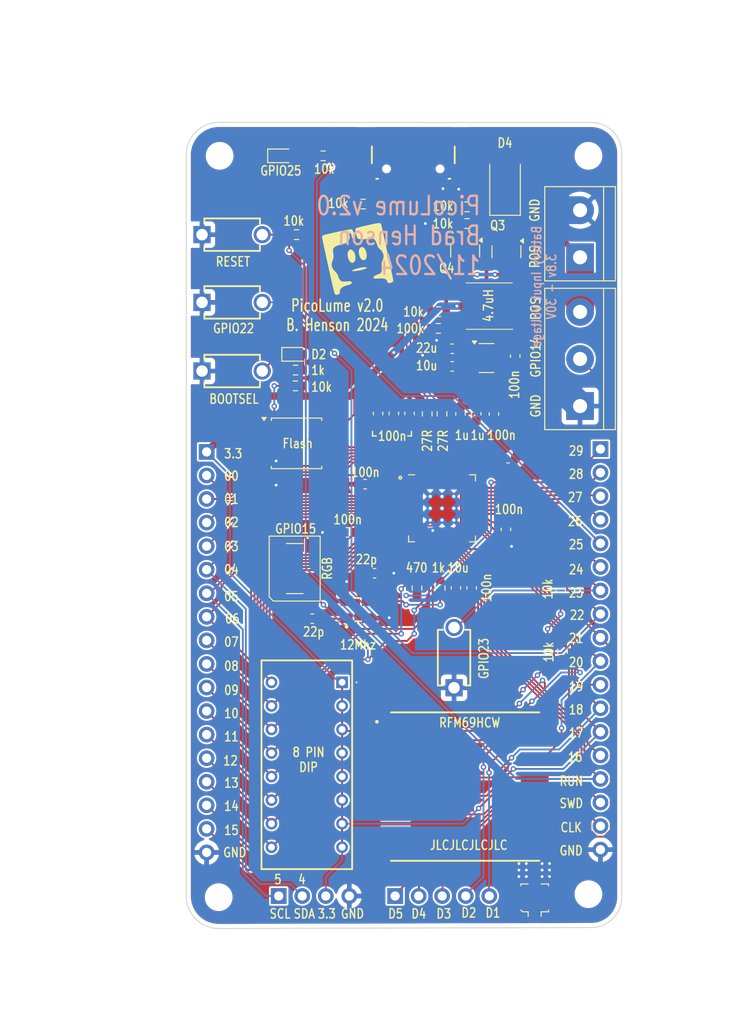
<source format=kicad_pcb>
(kicad_pcb (version 20241229) (generator "pcbnew") (generator_version "9.0")
  (layers (0 "F.Cu" signal "Front") (2 "B.Cu" signal "Back") (13 "F.Paste" user) (15 "B.Paste" user) (5 "F.SilkS" user "F.Silkscreen") (7 "B.SilkS" user "B.Silkscreen") (1 "F.Mask" user) (3 "B.Mask" user) (25 "Edge.Cuts" user))
  (net 0 "")
  (net 1 "GND")
  (net 2 "VSYS")
  (net 3 "/XIN")
  (net 4 "Net-(C3-Pad1)")
  (net 5 "+3V3")
  (net 6 "Net-(U1-BST)")
  (net 7 "Net-(U1-SW)")
  (net 8 "+1V1")
  (net 9 "Net-(D1-A)")
  (net 10 "Net-(D2-K)")
  (net 11 "Net-(D2-A)")
  (net 12 "/GPIO15")
  (net 14 "VBUS")
  (net 15 "Net-(D4-K)")
  (net 16 "/GPIO5")
  (net 17 "/GPIO2")
  (net 18 "/GPIO13")
  (net 19 "/GPIO9")
  (net 20 "/GPIO7")
  (net 21 "/GPIO11")
  (net 22 "/GPIO12")
  (net 23 "/GPIO6")
  (net 24 "/GPIO1")
  (net 25 "/GPIO10")
  (net 26 "/GPIO3")
  (net 27 "/GPIO0")
  (net 28 "/GPIO4")
  (net 29 "/GPIO8")
  (net 30 "/GPIO14")
  (net 31 "/GPIO29_ADC3")
  (net 32 "/GPIO23")
  (net 33 "/GPIO24")
  (net 34 "/GPIO18")
  (net 35 "/GPIO20")
  (net 36 "/GPIO16")
  (net 37 "/GPIO28_ADC2")
  (net 38 "/SWD")
  (net 39 "/GPIO19")
  (net 40 "/GPIO22")
  (net 41 "/GPIO17")
  (net 42 "/GPIO27_ADC1")
  (net 43 "/GPIO21")
  (net 44 "/SWCLK")
  (net 45 "/RUN")
  (net 46 "/GPIO25")
  (net 47 "/GPIO26_ADC0")
  (net 48 "Net-(J5-Pin_1)")
  (net 49 "Net-(J5-Pin_5)")
  (net 50 "Net-(J5-Pin_4)")
  (net 51 "Net-(J5-Pin_2)")
  (net 52 "Net-(J5-Pin_3)")
  (net 53 "VBAT")
  (net 54 "Net-(J7-Pin_2)")
  (net 55 "Net-(J8-In)")
  (net 56 "Net-(Q3-G)")
  (net 57 "Net-(Q4-G)")
  (net 58 "/QSPI_SS")
  (net 59 "/XOUT")
  (net 60 "/QSPI_SD0")
  (net 61 "/QSPI_SD3")
  (net 62 "/QSPI_SCLK")
  (net 63 "/QSPI_SD2")
  (net 64 "/QSPI_SD1")
  (net 68 "Net-(J9-CC1)")
  (net 71 "Net-(J9-CC2)")
  (net 74 "/USB_P")
  (net 75 "/USB+")
  (net 76 "/USB-")
  (net 77 "/USB_N")
  (footprint "Capacitor_SMD:C_0603_1608Metric" (layer "F.Cu") (at 113.6 116.5 180)
    (property "Reference" "C2" (hide yes))
    (property "Value" "22p")
  )
  (footprint "LED_SMD:LED_0603_1608Metric" (layer "F.Cu") (at 110.275 66.6)
    (property "Reference" "D1" (hide yes))
    (property "Value" "LED")
  )
  (footprint "Resistor_SMD:R_0603_1608Metric" (layer "F.Cu") (at 119.1 71.8)
    (property "Reference" "R10" (hide yes))
    (property "Value" "10k")
  )
  (footprint "LED_SMD:LED_WS2812B_PLCC4_5.0x5.0mm_P3.2mm" (layer "F.Cu") (at 111.7 111.1 -90)
    (property "Reference" "D3" (hide yes))
    (property "Value" "WS2812B" (hide yes))
  )
  (footprint "Connector_PinHeader_2.54mm:PinHeader_1x04_P2.54mm_Vertical" (layer "F.Cu") (at 109.98 146.4 90)
    (property "Reference" "J2" (hide yes))
    (property "Value" "Conn_01x04_Pin")
  )
  (footprint "2_Pin_Button:FSMH" (layer "F.Cu") (at 101.7 89.8)
    (property "Reference" "SW2" (hide yes))
    (property "Value" "SW_Push" (hide yes))
  )
  (footprint "Inductor_Mouser:VLS5045EX330M" (layer "F.Cu") (at 132.7 82.8)
    (property "Reference" "L1" (hide yes))
    (property "Value" "4.7u" (hide yes))
  )
  (footprint "Resistor_SMD:R_0603_1608Metric" (layer "F.Cu") (at 130.3 73.9 180)
    (property "Reference" "R12" (hide yes))
    (property "Value" "10k")
  )
  (footprint "Resistor_SMD:R_0603_1608Metric" (layer "F.Cu") (at 111.9 75.1)
    (property "Reference" "R9" (hide yes))
    (property "Value" "10k")
  )
  (footprint "RP2040_minimal:RP2040-QFN-56" (layer "F.Cu") (at 127.6 104.6)
    (property "Reference" "U3" (hide yes))
    (property "Value" "RP2040" (hide yes))
  )
  (footprint "Resistor_SMD:R_0603_1608Metric" (layer "F.Cu") (at 127.4 113.2 -90)
    (property "Reference" "R5" (hide yes))
    (property "Value" "1k")
  )
  (footprint "Package_TO_SOT_SMD:SOT-23" (layer "F.Cu") (at 134.55 76.9375 -90)
    (property "Reference" "Q4" (hide yes))
    (property "Value" "Si2371EDS" (hide yes))
  )
  (footprint "Connector_Coaxial:U.FL_Molex_MCRF_73412-0110_Vertical" (layer "F.Cu") (at 137.6 146.6 180)
    (property "Reference" "J8" (hide yes))
    (property "Value" "Conn_Coaxial" (hide yes))
  )
  (footprint "Capacitor_SMD:C_0603_1608Metric" (layer "F.Cu") (at 129.1 113.175 -90)
    (property "Reference" "C17" (hide yes))
    (property "Value" "10u")
  )
  (footprint "Connector_PinHeader_2.54mm:PinHeader_1x05_P2.54mm_Vertical" (layer "F.Cu") (at 122.54 146.4 90)
    (property "Reference" "J5" (hide yes))
    (property "Value" "Conn_01x05_Pin" (hide yes))
  )
  (footprint "Diode_SMD:D_SMA" (layer "F.Cu") (at 134.4 69.5 90)
    (property "Reference" "D4" (hide yes))
    (property "Value" "SS38" (hide yes))
  )
  (footprint "Capacitor_SMD:C_0603_1608Metric" (layer "F.Cu") (at 133.2 94.425 90)
    (property "Reference" "C9" (hide yes))
    (property "Value" "100n")
  )
  (footprint "Resistor_SMD:R_0603_1608Metric" (layer "F.Cu") (at 140.4 113.4 -90)
    (property "Reference" "R7" (hide yes))
    (property "Value" "10k")
  )
  (footprint "2_Pin_Button:FSMH" (layer "F.Cu") (at 101.7 75.1)
    (property "Reference" "SW1" (hide yes))
    (property "Value" "SW_Push" (hide yes))
  )
  (footprint "Package_SO:SOIC-8_5.23x5.23mm_P1.27mm" (layer "F.Cu") (at 111.9 97.6)
    (property "Reference" "U2" (hide yes))
    (property "Value" "W25Q128JVS" (hide yes))
  )
  (footprint "Diode_SMD:D_0603_1608Metric" (layer "F.Cu") (at 111.8 88)
    (property "Reference" "D2" (hide yes))
    (property "Value" "D" (hide yes))
  )
  (footprint "Resistor_SMD:R_0603_1608Metric" (layer "F.Cu") (at 140.6 120 -90)
    (property "Reference" "R6" (hide yes))
    (property "Value" "10k")
  )
  (footprint "Resistor_SMD:R_0603_1608Metric" (layer "F.Cu") (at 130.3 72.1)
    (property "Reference" "R11" (hide yes))
    (property "Value" "10k")
  )
  (footprint "Capacitor_SMD:C_0603_1608Metric" (layer "F.Cu") (at 129.6 94.425 90)
    (property "Reference" "C6" (hide yes))
    (property "Value" "100n")
  )
  (footprint "TerminalBlock:TerminalBlock_bornier-3_P5.08mm" (layer "F.Cu") (at 142.5 93.58 90)
    (property "Reference" "J7" (hide yes))
    (property "Value" "Screw_Terminal_01x03" (hide yes))
  )
  (footprint "Capacitor_SMD:C_0603_1608Metric" (layer "F.Cu") (at 128.7 89.3 180)
    (property "Reference" "C1" (hide yes))
    (property "Value" "10u")
  )
  (footprint "Capacitor_SMD:C_0603_1608Metric" (layer "F.Cu") (at 130.8 113.175 -90)
    (property "Reference" "C8" (hide yes))
    (property "Value" "1u")
  )
  (footprint "Capacitor_SMD:C_0603_1608Metric" (layer "F.Cu") (at 128.7 87.4 180)
    (property "Reference" "C4" (hide yes))
    (property "Value" "22u")
  )
  (footprint "Resistor_SMD:R_0603_1608Metric" (layer "F.Cu") (at 111.8 89.7)
    (property "Reference" "R1" (hide yes))
    (property "Value" "1k")
  )
  (footprint "Capacitor_SMD:C_0603_1608Metric" (layer "F.Cu") (at 124.1 94.375 90)
    (property "Reference" "C12" (hide yes))
    (property "Value" "100n")
  )
  (footprint "Connector_PinHeader_2.54mm:PinHeader_1x18_P2.54mm_Vertical" (layer "F.Cu") (at 102.2 98.52)
    (property "Reference" "J1" (hide yes))
    (property "Value" "Conn_01x18_Pin" (hide yes))
  )
  (footprint "MountingHole:MountingHole_2.7mm_M2.5" (layer "F.Cu") (at 103.5 146.525126)
    (property "Reference" "H4" (hide yes))
    (property "Value" "MountingHole" (hide yes))
  )
  (footprint "Resistor_SMD:R_0603_1608Metric" (layer "F.Cu") (at 126 94.425 -90)
    (property "Reference" "R3" (hide yes))
    (property "Value" "27")
  )
  (footprint "Dip_Switch:2088" (layer "F.Cu") (at 116.82 123.36 -90)
    (property "Reference" "S1" (hide yes))
    (property "Value" "208-8" (hide yes))
  )
  (footprint "Capacitor_SMD:C_0603_1608Metric" (layer "F.Cu") (at 117.4 107.2 180)
    (property "Reference" "C13" (hide yes))
    (property "Value" "100n")
  )
  (footprint "Capacitor_SMD:C_0603_1608Metric" (layer "F.Cu") (at 122.4 94.375 90)
    (property "Reference" "C15" (hide yes))
    (property "Value" "100n")
  )
  (footprint "Resistor_SMD:R_0603_1608Metric" (layer "F.Cu") (at 127.225 83.4)
    (property "Reference" "R14" (hide yes))
    (property "Value" "10k")
  )
  (footprint "Capacitor_SMD:C_0603_1608Metric" (layer "F.Cu") (at 119.3 102 180)
    (property "Reference" "C11" (hide yes))
    (property "Value" "100n")
  )
  (footprint "Package_TO_SOT_SMD:TSOT-23-6" (layer "F.Cu") (at 132.4 88.4)
    (property "Reference" "U1" (hide yes))
    (property "Value" "AP63203WU" (hide yes))
  )
  (footprint "MountingHole:MountingHole_2.7mm_M2.5" (layer "F.Cu") (at 143.4 146.2)
    (property "Reference" "H3" (hide yes))
    (property "Value" "MountingHole" (hide yes))
  )
  (footprint "12_Crystal:ABM810000MHZ12D2W" (layer "F.Cu") (at 118.45 115.525)
    (property "Reference" "Y1" (hide yes))
    (property "Value" "Crystal_GND24" (hide yes))
  )
  (footprint "Resistor_SMD:R_0603_1608Metric" (layer "F.Cu") (at 127.2 85.2 180)
    (property "Reference" "R13" (hide yes))
    (property "Value" "100k")
  )
  (footprint "Capacitor_SMD:C_0603_1608Metric" (layer "F.Cu") (at 120.325 111.6)
    (property "Reference" "C3" (hide yes))
    (property "Value" "22p")
  )
  (footprint "Resistor_SMD:R_0603_1608Metric" (layer "F.Cu") (at 127.6 94.425 -90)
    (property "Reference" "R4" (hide yes))
    (property "Value" "27")
  )
  (footprint "Resistor_SMD:R_0603_1608Metric" (layer "F.Cu") (at 114.775 66.6)
    (property "Reference" "R8" (hide yes))
    (property "Value" "10k")
  )
  (footprint "Capacitor_SMD:C_0603_1608Metric" (layer "F.Cu") (at 135.5 88.2 -90)
    (property "Reference" "C5" (hide yes))
    (property "Value" "100n")
  )
  (footprint "Capacitor_SMD:C_0603_1608Metric" (layer "F.Cu") (at 134.5 106.875 -90)
    (property "Reference" "C16" (hide yes))
    (property "Value" "100n")
  )
  (footprint "Connector_PinHeader_2.54mm:PinHeader_1x18_P2.54mm_Vertical" (layer "F.Cu") (at 144.7 98.22)
    (property "Reference" "J3" (hide yes))
    (property "Value" "Conn_01x18_Pin" (hide yes))
  )
  (footprint "Resistor_SMD:R_0603_1608Metric" (layer "F.Cu") (at 124.9 113.2 -90)
    (property "Reference" "R15" (hide yes))
    (property "Value" "470")
  )
  (footprint "LOGO" (layer "F.Cu") (at 118.5 77.7)
    (property "Reference" "G***" (hide yes))
    (property "Value" "LOGO" (hide yes))
  )
  (footprint "Package_TO_SOT_SMD:SOT-23" (layer "F.Cu") (at 130.1 76.8625 -90)
    (property "Reference" "Q3" (hide yes))
    (property "Value" "Si2371EDS" (hide yes))
  )
  (footprint "Capacitor_SMD:C_0603_1608Metric" (layer "F.Cu") (at 120.7 94.375 90)
    (property "Reference" "C7" (hide yes))
    (property "Value" "100n")
  )
  (footprint "USB_C:GSB1C41110SSHR" (layer "F.Cu") (at 124.5 65.685 180)
    (property "Reference" "J9" (hide yes))
    (property "Value" "GSB1C41110SSHR" (hide yes))
  )
  (footprint "2_Pin_Button:FSMH" (layer "F.Cu") (at 128.9 123.95 90)
    (property "Reference" "SW3" (hide yes))
    (property "Value" "SW_Push" (hide yes))
  )
  (footprint "MountingHole:MountingHole_2.7mm_M2.5" (layer "F.Cu") (at 103.6 66.6)
    (property "Reference" "H1" (hide yes))
    (property "Value" "MountingHole" (hide yes))
  )
  (footprint "Capacitor_SMD:C_0603_1608Metric" (layer "F.Cu") (at 131.3 94.4 90)
    (property "Reference" "C14" (hide yes))
    (property "Value" "100n")
  )
  (footprint "Resistor_SMD:R_0603_1608Metric" (layer "F.Cu") (at 111.775 91.4 180)
    (property "Reference" "R2" (hide yes))
    (property "Value" "10K")
  )
  (footprint "RFM69:MOD_COM-13909" (layer "F.Cu") (at 130.1 134.6)
    (property "Reference" "U4" (hide yes))
    (property "Value" "RFM69HCW" (hide yes))
  )
  (footprint "MountingHole:MountingHole_2.7mm_M2.5" (layer "F.Cu") (at 143.4 66.6)
    (property "Reference" "H2" (hide yes))
    (property "Value" "MountingHole" (hide yes))
  )
  (footprint "Capacitor_SMD:C_0603_1608Metric" (layer "F.Cu") (at 134.725 99.2)
    (property "Reference" "C10" (hide yes))
    (property "Value" "1u")
  )
  (footprint "TerminalBlock:TerminalBlock_bornier-2_P5.08mm" (layer "F.Cu") (at 142.5 77.54 90)
    (property "Reference" "J6" (hide yes))
    (property "Value" "Screw_Terminal_01x02" (hide yes))
  )
  (footprint "2_Pin_Button:FSMH" (layer "F.Cu") (at 101.7 82.4)
    (property "Reference" "SW4" (hide yes))
    (property "Value" "SW_Push" (hide yes))
  )
  (gr_line (start 120.5 96.8) (end 120.1 96.8) (stroke (width 0.1524)) (layer "F.SilkS"))
  (gr_line (start 120.1 96.8) (end 120.1 96.3) (stroke (width 0.1524)) (layer "F.SilkS"))
  (gr_line (start 124.3 96.8) (end 124.3 96.3) (stroke (width 0.1524)) (layer "F.SilkS"))
  (gr_line (start 123.9 96.8) (end 124.3 96.8) (stroke (width 0.1524)) (layer "F.SilkS"))
  (gr_circle (center 123.1 101.3) (end 123.2 101.4) (stroke (width 0.1524)) (fill no) (layer "F.SilkS"))
  (gr_arc (start 143.6 63.004164) (mid 145.995953 63.933328) (end 146.997353 66.3) (stroke (width 0.1)) (layer "Edge.Cuts"))
  (gr_line (start 103.6 63) (end 143.6 63.004163) (stroke (width 0.1)) (layer "Edge.Cuts"))
  (gr_arc (start 147 146.595837) (mid 145.966208 148.900726) (end 143.605601 149.800041) (stroke (width 0.1)) (layer "Edge.Cuts"))
  (gr_line (start 143.605601 149.800041) (end 103.5 149.902235) (stroke (width 0.1)) (layer "Edge.Cuts"))
  (gr_line (start 100 146.525126) (end 100 66.6) (stroke (width 0.1)) (layer "Edge.Cuts"))
  (gr_arc (start 103.5 149.902235) (mid 101.068187 148.920305) (end 100.000001 146.525126) (stroke (width 0.1)) (layer "Edge.Cuts"))
  (gr_line (start 147 66.3) (end 147 146.595837) (stroke (width 0.1)) (layer "Edge.Cuts"))
  (gr_arc (start 100 66.6) (mid 101.024116 64.024116) (end 103.6 63) (stroke (width 0.1)) (layer "Edge.Cuts"))
  (gr_text "RESET" (at 103.1 78.6 0) (layer "F.SilkS") (effects (font (size 1 0.8128) (thickness 0.1524) (bold yes)) (justify left bottom)))
  (gr_text "1u" (at 130.6 97.3 0) (layer "F.SilkS") (effects (font (size 1 0.8128) (thickness 0.1524) (bold yes)) (justify left bottom)))
  (gr_text "JLCJLCJLCJLC" (at 126.2 141.5 0) (layer "F.SilkS") (effects (font (size 1 0.8128) (thickness 0.1524) (bold yes)) (justify left bottom)))
  (gr_text "1u" (at 128.9 97.3 0) (layer "F.SilkS") (effects (font (size 1 0.8128) (thickness 0.1524) (bold yes)) (justify left bottom)))
  (gr_text "8 PIN\nDIP" (at 113.2 133.1 0) (layer "F.SilkS") (effects (font (size 1 0.8128) (thickness 0.1524) (bold yes)) (justify bottom)))
  (gr_text "GPIO25" (at 107.9 68.8 0) (layer "F.SilkS") (effects (font (size 1 0.8128) (thickness 0.1524) (bold yes)) (justify left bottom)))
  (gr_text "GPIO14" (at 138.3 90.6 90) (layer "F.SilkS") (effects (font (size 1 0.8128) (thickness 0.1524) (bold yes)) (justify left bottom)))
  (gr_text "18" (at 141.2 126.9 0) (layer "F.SilkS") (effects (font (size 1 0.8128) (thickness 0.1524) (bold yes)) (justify left bottom)))
  (gr_text "CLK" (at 140.3 139.6 0) (layer "F.SilkS") (effects (font (size 1 0.8128) (thickness 0.1524) (bold yes)) (justify left bottom)))
  (gr_text "100n" (at 115.8 106.4 0) (layer "F.SilkS") (effects (font (size 1 0.8128) (thickness 0.1524) (bold yes)) (justify left bottom)))
  (gr_text "27R" (at 126.6 98.6 90) (layer "F.SilkS") (effects (font (size 1 0.8128) (thickness 0.1524) (bold yes)) (justify left bottom)))
  (gr_text "23" (at 141.2 114.3 0) (layer "F.SilkS") (effects (font (size 1 0.8128) (thickness 0.1524) (bold yes)) (justify left bottom)))
  (gr_text "08" (at 104 122.2 0) (layer "F.SilkS") (effects (font (size 1 0.8128) (thickness 0.1524) (bold yes)) (justify left bottom)))
  (gr_text "16" (at 141.1 132 0) (layer "F.SilkS") (effects (font (size 1 0.8128) (thickness 0.1524) (bold yes)) (justify left bottom)))
  (gr_text "GND" (at 116.6 148.9 0) (layer "F.SilkS") (effects (font (size 1 0.8128) (thickness 0.1524) (bold yes)) (justify left bottom)))
  (gr_text "17" (at 141.2 129.4 0) (layer "F.SilkS") (effects (font (size 1 0.8128) (thickness 0.1524) (bold yes)) (justify left bottom)))
  (gr_text "12Mhz" (at 116.5 119.9 0) (layer "F.SilkS") (effects (font (size 1 0.8128) (thickness 0.1524) (bold yes)) (justify left bottom)))
  (gr_text "Q3" (at 132.7 74.7 0) (layer "F.SilkS") (effects (font (size 1 0.8128) (thickness 0.1524) (bold yes)) (justify left bottom)))
  (gr_text "POS" (at 138.2 78.8 90) (layer "F.SilkS") (effects (font (size 1 0.8128) (thickness 0.1524) (bold yes)) (justify left bottom)))
  (gr_text "POS" (at 138.3 84.4 90) (layer "F.SilkS") (effects (font (size 1 0.8128) (thickness 0.1524) (bold yes)) (justify left bottom)))
  (gr_text "D2" (at 113.4 88.6 0) (layer "F.SilkS") (effects (font (size 1 0.8128) (thickness 0.1524) (bold yes)) (justify left bottom)))
  (gr_text "22" (at 141.3 116.7 0) (layer "F.SilkS") (effects (font (size 1 0.8128) (thickness 0.1524) (bold yes)) (justify left bottom)))
  (gr_text "28" (at 141.2 101.5 0) (layer "F.SilkS") (effects (font (size 1 0.8128) (thickness 0.1524) (bold yes)) (justify left bottom)))
  (gr_text "22p" (at 112.5 118.5 0) (layer "F.SilkS") (effects (font (size 1 0.8128) (thickness 0.1524) (bold yes)) (justify left bottom)))
  (gr_text "26" (at 141.1 106.6 0) (layer "F.SilkS") (effects (font (size 1 0.8128) (thickness 0.1524) (bold yes)) (justify left bottom)))
  (gr_text "04" (at 104 111.8 0) (layer "F.SilkS") (effects (font (size 1 0.8128) (thickness 0.1524) (bold yes)) (justify left bottom)))
  (gr_text "22u" (at 124.7 87.9 0) (layer "F.SilkS") (effects (font (size 1 0.8128) (thickness 0.1524) (bold yes)) (justify left bottom)))
  (gr_text "100n" (at 136 92.9 90) (layer "F.SilkS") (effects (font (size 1 0.8128) (thickness 0.1524) (bold yes)) (justify left bottom)))
  (gr_text "10u" (at 128.1 111.6 0) (layer "F.SilkS") (effects (font (size 1 0.8128) (thickness 0.1524) (bold yes)) (justify left bottom)))
  (gr_text "19" (at 141.2 124.4 0) (layer "F.SilkS") (effects (font (size 1 0.8128) (thickness 0.1524) (bold yes)) (justify left bottom)))
  (gr_text "SDA" (at 111.5 148.9 0) (layer "F.SilkS") (effects (font (size 1 0.8128) (thickness 0.1524) (bold yes)) (justify left bottom)))
  (gr_text "Flash" (at 110.3 98.2 0) (layer "F.SilkS") (effects (font (size 1 0.8128) (thickness 0.1524) (bold yes)) (justify left bottom)))
  (gr_text "Q4" (at 127.2 79.3 0) (layer "F.SilkS") (effects (font (size 1 0.8128) (thickness 0.1524) (bold yes)) (justify left bottom)))
  (gr_text "20" (at 141.2 121.8 0) (layer "F.SilkS") (effects (font (size 1 0.8128) (thickness 0.1524) (bold yes)) (justify left bottom)))
  (gr_text "100k" (at 122.6 85.8 0) (layer "F.SilkS") (effects (font (size 1 0.8128) (thickness 0.1524) (bold yes)) (justify left bottom)))
  (gr_text "D4" (at 124.2 148.9 0) (layer "F.SilkS") (effects (font (size 1 0.8128) (thickness 0.1524) (bold yes)) (justify left bottom)))
  (gr_text "27R" (at 128.3 98.6 90) (layer "F.SilkS") (effects (font (size 1 0.8128) (thickness 0.1524) (bold yes)) (justify left bottom)))
  (gr_text "GND" (at 138.2 73.8 90) (layer "F.SilkS") (effects (font (size 1 0.8128) (thickness 0.1524) (bold yes)) (justify left bottom)))
  (gr_text "07" (at 104 119.6 0) (layer "F.SilkS") (effects (font (size 1 0.8128) (thickness 0.1524) (bold yes)) (justify left bottom)))
  (gr_text "10k" (at 110.4 74.2 0) (layer "F.SilkS") (effects (font (size 1 0.8128) (thickness 0.1524) (bold yes)) (justify left bottom)))
  (gr_text "3.3" (at 104 99.3 0) (layer "F.SilkS") (effects (font (size 1 0.8128) (thickness 0.1524) (bold yes)) (justify left bottom)))
  (gr_text "1k" (at 113.4 90.3 0) (layer "F.SilkS") (effects (font (size 1 0.8128) (thickness 0.1524) (bold yes)) (justify left bottom)))
  (gr_text "GND" (at 140.2 142.1 0) (layer "F.SilkS") (effects (font (size 1 0.8128) (thickness 0.1524) (bold yes)) (justify left bottom)))
  (gr_text "03" (at 104 109.3 0) (layer "F.SilkS") (effects (font (size 1 0.8128) (thickness 0.1524) (bold yes)) (justify left bottom)))
  (gr_text "10k" (at 126.5 72.6 0) (layer "F.SilkS") (effects (font (size 1 0.8128) (thickness 0.1524) (bold yes)) (justify left bottom)))
  (gr_text "10k" (at 126.5 74.5 0) (layer "F.SilkS") (effects (font (size 1 0.8128) (thickness 0.1524) (bold yes)) (justify left bottom)))
  (gr_text "12" (at 103.9 132.4 0) (layer "F.SilkS") (effects (font (size 1 0.8128) (thickness 0.1524) (bold yes)) (justify left bottom)))
  (gr_text "D4" (at 133.5 65.8 0) (layer "F.SilkS") (effects (font (size 1 0.8128) (thickness 0.1524) (bold yes)) (justify left bottom)))
  (gr_text "100n" (at 133.2 105.3 0) (layer "F.SilkS") (effects (font (size 1 0.8128) (thickness 0.1524) (bold yes)) (justify left bottom)))
  (gr_text "05" (at 104 114.7 0) (layer "F.SilkS") (effects (font (size 1 0.8128) (thickness 0.1524) (bold yes)) (justify left bottom)))
  (gr_text "470" (at 123.6 111.6 0) (layer "F.SilkS") (effects (font (size 1 0.8128) (thickness 0.1524) (bold yes)) (justify left bottom)))
  (gr_text "D3" (at 126.9 148.9 0) (layer "F.SilkS") (effects (font (size 1 0.8128) (thickness 0.1524) (bold yes)) (justify left bottom)))
  (gr_text "GPIO22" (at 102.8 85.8 0) (layer "F.SilkS") (effects (font (size 1 0.8128) (thickness 0.1524) (bold yes)) (justify left bottom)))
  (gr_text "100n" (at 120.6 97.4 0) (layer "F.SilkS") (effects (font (size 1 0.8128) (thickness 0.1524) (bold yes)) (justify left bottom)))
  (gr_text "10k" (at 115.2 72.3 0) (layer "F.SilkS") (effects (font (size 1 0.8128) (thickness 0.1524) (bold yes)) (justify left bottom)))
  (gr_text "100n" (at 133 114.8 90) (layer "F.SilkS") (effects (font (size 1 0.8128) (thickness 0.1524) (bold yes)) (justify left bottom)))
  (gr_text "D1" (at 132.2 148.8 0) (layer "F.SilkS") (effects (font (size 1 0.8128) (thickness 0.1524) (bold yes)) (justify left bottom)))
  (gr_text "100n" (at 117.7 101.3 0) (layer "F.SilkS") (effects (font (size 1 0.8128) (thickness 0.1524) (bold yes)) (justify left bottom)))
  (gr_text "06" (at 104.1 117.1 0) (layer "F.SilkS") (effects (font (size 1 0.8128) (thickness 0.1524) (bold yes)) (justify left bottom)))
  (gr_text "22p" (at 118.2 110.7 0) (layer "F.SilkS") (effects (font (size 1 0.8128) (thickness 0.1524) (bold yes)) (justify left bottom)))
  (gr_text "PicoLume v2.0\nB. Henson 2024" (at 116.3 85.6 0) (layer "F.SilkS") (effects (font (size 1.3 0.9) (thickness 0.165) (bold yes)) (justify bottom)))
  (gr_text "10u" (at 124.7 89.8 0) (layer "F.SilkS") (effects (font (size 1 0.8128) (thickness 0.1524) (bold yes)) (justify left bottom)))
  (gr_text "10k" (at 113.7 68.6 0) (layer "F.SilkS") (effects (font (size 1 0.8128) (thickness 0.1524) (bold yes)) (justify left bottom)))
  (gr_text "10k" (at 139.7 121.3 90) (layer "F.SilkS") (effects (font (size 1 0.8128) (thickness 0.1524) (bold yes)) (justify left bottom)))
  (gr_text "RUN" (at 140.2 134.6 0) (layer "F.SilkS") (effects (font (size 1 0.8128) (thickness 0.1524) (bold yes)) (justify left bottom)))
  (gr_text "GND" (at 103.9 142.3 0) (layer "F.SilkS") (effects (font (size 1 0.8128) (thickness 0.1524) (bold yes)) (justify left bottom)))
  (gr_text "00" (at 104 101.7 0) (layer "F.SilkS") (effects (font (size 1 0.8128) (thickness 0.1524) (bold yes)) (justify left bottom)))
  (gr_text "GPIO23" (at 132.7 123.1 90) (layer "F.SilkS") (effects (font (size 1 0.8128) (thickness 0.1524) (bold yes)) (justify left bottom)))
  (gr_text "29" (at 141.2 99 0) (layer "F.SilkS") (effects (font (size 1 0.8128) (thickness 0.1524) (bold yes)) (justify left bottom)))
  (gr_text "5" (at 109.4 145.2 0) (layer "F.SilkS") (effects (font (size 1 0.8128) (thickness 0.1524) (bold yes)) (justify left bottom)))
  (gr_text "27" (at 141.1 104 0) (layer "F.SilkS") (effects (font (size 1 0.8128) (thickness 0.1524) (bold yes)) (justify left bottom)))
  (gr_text "D5" (at 121.7 148.9 0) (layer "F.SilkS") (effects (font (size 1 0.8128) (thickness 0.1524) (bold yes)) (justify left bottom)))
  (gr_text "4" (at 112 145.2 0) (layer "F.SilkS") (effects (font (size 1 0.8128) (thickness 0.1524) (bold yes)) (justify left bottom)))
  (gr_text "02" (at 104 106.7 0) (layer "F.SilkS") (effects (font (size 1 0.8128) (thickness 0.1524) (bold yes)) (justify left bottom)))
  (gr_text "14" (at 104 137.3 0) (layer "F.SilkS") (effects (font (size 1 0.8128) (thickness 0.1524) (bold yes)) (justify left bottom)))
  (gr_text "3.3" (at 114.1 148.9 0) (layer "F.SilkS") (effects (font (size 1 0.8128) (thickness 0.1524) (bold yes)) (justify left bottom)))
  (gr_text "01" (at 104 104.2 0) (layer "F.SilkS") (effects (font (size 1 0.8128) (thickness 0.1524) (bold yes)) (justify left bottom)))
  (gr_text "10k" (at 139.6 114.5 90) (layer "F.SilkS") (effects (font (size 1 0.8128) (thickness 0.1524) (bold yes)) (justify left bottom)))
  (gr_text "13" (at 104 134.8 0) (layer "F.SilkS") (effects (font (size 1 0.8128) (thickness 0.1524) (bold yes)) (justify left bottom)))
  (gr_text "10" (at 104 127.3 0) (layer "F.SilkS") (effects (font (size 1 0.8128) (thickness 0.1524) (bold yes)) (justify left bottom)))
  (gr_text "SWD" (at 140.2 137 0) (layer "F.SilkS") (effects (font (size 1 0.8128) (thickness 0.1524) (bold yes)) (justify left bottom)))
  (gr_text "15" (at 104 139.9 0) (layer "F.SilkS") (effects (font (size 1 0.8128) (thickness 0.1524) (bold yes)) (justify left bottom)))
  (gr_text "09" (at 104 124.8 0) (layer "F.SilkS") (effects (font (size 1 0.8128) (thickness 0.1524) (bold yes)) (justify left bottom)))
  (gr_text "BOOTSEL" (at 102.4 93.4 0) (layer "F.SilkS") (effects (font (size 1 0.8128) (thickness 0.1524) (bold yes)) (justify left bottom)))
  (gr_text "GPIO15" (at 109.5 107.4 0) (layer "F.SilkS") (effects (font (size 1 0.8128) (thickness 0.1524) (bold yes)) (justify left bottom)))
  (gr_text "25" (at 141.2 109.1 0) (layer "F.SilkS") (effects (font (size 1 0.8128) (thickness 0.1524) (bold yes)) (justify left bottom)))
  (gr_text "10k" (at 123.325 84 0) (layer "F.SilkS") (effects (font (size 1 0.8128) (thickness 0.1524) (bold yes)) (justify left bottom)))
  (gr_text "10k" (at 113.4 92.1 0) (layer "F.SilkS") (effects (font (size 1 0.8128) (thickness 0.1524) (bold yes)) (justify left bottom)))
  (gr_text "RGB" (at 115.8 112.4 90) (layer "F.SilkS") (effects (font (size 1 0.8128) (thickness 0.1524) (bold yes)) (justify left bottom)))
  (gr_text "4.7uH" (at 133.2 84.6 90) (layer "F.SilkS") (effects (font (size 1 0.8128) (thickness 0.1524) (bold yes)) (justify left bottom)))
  (gr_text "11" (at 104 129.8 0) (layer "F.SilkS") (effects (font (size 1 0.8128) (thickness 0.1524) (bold yes)) (justify left bottom)))
  (gr_text "100n" (at 132.4 97.3 0) (layer "F.SilkS") (effects (font (size 1 0.8128) (thickness 0.1524) (bold yes)) (justify left bottom)))
  (gr_text "D2" (at 129.6 148.8 0) (layer "F.SilkS") (effects (font (size 1 0.8128) (thickness 0.1524) (bold yes)) (justify left bottom)))
  (gr_text "GND" (at 138.3 94.9 90) (layer "F.SilkS") (effects (font (size 1 0.8128) (thickness 0.1524) (bold yes)) (justify left bottom)))
  (gr_text "24" (at 141.2 111.8 0) (layer "F.SilkS") (effects (font (size 1 0.8128) (thickness 0.1524) (bold yes)) (justify left bottom)))
  (gr_text "21" (at 141.2 119.2 0) (layer "F.SilkS") (effects (font (size 1 0.8128) (thickness 0.1524) (bold yes)) (justify left bottom)))
  (gr_text "SCL" (at 108.9 148.9 0) (layer "F.SilkS") (effects (font (size 1 0.8128) (thickness 0.1524) (bold yes)) (justify left bottom)))
  (gr_text "RFM69HCW" (at 127.2 128.3 0) (layer "F.SilkS") (effects (font (size 1 0.8128) (thickness 0.1524) (bold yes)) (justify left bottom)))
  (gr_text "1k" (at 126.4 111.6 0) (layer "F.SilkS") (effects (font (size 1 0.8128) (thickness 0.1524) (bold yes)) (justify left bottom)))
  (gr_text "Battery Input Voltage\n3.8v - 30V" (at 140 80.7 90) (layer "B.SilkS") (effects (font (size 1 0.8128) (thickness 0.1524) (bold yes)) (justify bottom mirror)))
  (gr_text "PicoLume v2.0\nBrad Henson\n11/2024" (at 131.9 79.6 0) (layer "B.SilkS") (effects (font (size 2 1.6) (thickness 0.25) (bold yes)) (justify left bottom mirror)))
  (segment (start 137.6 148.075) (end 139.075 146.6) (width 0.2) (layer "F.Cu") (net 1))
  (segment (start 127.925 89.3) (end 126.7 89.3) (width 0.4) (layer "F.Cu") (net 1))
  (segment (start 136.125 146.6) (end 137.6 148.075) (width 0.2) (layer "F.Cu") (net 1))
  (segment (start 129.475 73.9) (end 125.8 73.9) (width 0.2) (layer "F.Cu") (net 1))
  (segment (start 126.375 85.2) (end 126.375 85.85) (width 0.4) (layer "F.Cu") (net 1))
  (segment (start 109.8 102) (end 109.7 102.1) (width 0.2) (layer "F.Cu") (net 1))
  (segment (start 127.0125 86.4875) (end 127.925 87.4) (width 0.4) (layer "F.Cu") (net 1))
  (segment (start 134.5 107.65) (end 134.5 108.1) (width 0.2) (layer "F.Cu") (net 1))
  (segment (start 118.525 102) (end 109.8 102) (width 0.2) (layer "F.Cu") (net 1))
  (segment (start 121.85 116.45) (end 121.9 116.4) (width 0.2) (layer "F.Cu") (net 1))
  (segment (start 127.7 69.075) (end 127.7 69.5) (width 0.15) (layer "F.Cu") (net 1))
  (segment (start 126.7 89.3) (end 125.5 88.1) (width 0.4) (layer "F.Cu") (net 1))
  (segment (start 129.475 73.75) (end 131.125 72.1) (width 0.2) (layer "F.Cu") (net 1))
  (segment (start 119.6 116.45) (end 121.85 116.45) (width 0.2) (layer "F.Cu") (net 1))
  (segment (start 126.375 85.85) (end 127.0125 86.4875) (width 0.4) (layer "F.Cu") (net 1))
  (segment (start 137.6 148.1) (end 137.6 148.075) (width 0.2) (layer "F.Cu") (net 1))
  (segment (start 109.695 99.505) (end 109.7 99.5) (width 0.2) (layer "F.Cu") (net 1))
  (segment (start 126.6 108.0375) (end 126.6 107) (width 0.2) (layer "F.Cu") (net 1))
  (segment (start 108.3 99.505) (end 109.695 99.505) (width 0.2) (layer "F.Cu") (net 1))
  (segment (start 127.7 69.5) (end 128.4 70.2) (width 0.15) (layer "F.Cu") (net 1))
  (segment (start 128.4 70.2) (end 129.4 70.2) (width 0.15) (layer "F.Cu") (net 1))
  (segment (start 116.625 107.2) (end 114.7 107.2) (width 0.2) (layer "F.Cu") (net 1))
  (segment (start 121.1 111.6) (end 122.4 111.6) (width 0.2) (layer "F.Cu") (net 1))
  (segment (start 129.475 73.9) (end 129.475 73.75) (width 0.2) (layer "F.Cu") (net 1))
  (segment (start 117.3 114.6) (end 117.3 112.5) (width 0.2) (layer "F.Cu") (net 1))
  (segment (start 134.5 108.1) (end 135.1 108.7) (width 0.2) (layer "F.Cu") (net 1))
  (via (at 109.7 99.5) (size 0.6) (drill 0.3) (layers "F.Cu" "B.Cu") (net 1))
  (via (at 139.2 143.6) (size 0.6) (drill 0.3) (layers "F.Cu" "B.Cu") (net 1))
  (via (at 135.9 143.6) (size 0.6) (drill 0.3) (layers "F.Cu" "B.Cu") (net 1))
  (via (at 138.4 142.9) (size 0.6) (drill 0.3) (layers "F.Cu" "B.Cu") (net 1))
  (via (at 136.7 142.9) (size 0.6) (drill 0.3) (layers "F.Cu" "B.Cu") (net 1))
  (via (at 127.0125 86.4875) (size 0.6) (drill 0.3) (layers "F.Cu" "B.Cu") (net 1))
  (via (at 122.4 111.6) (size 0.6) (drill 0.3) (layers "F.Cu" "B.Cu") (net 1))
  (via (at 109.7 102.1) (size 0.6) (drill 0.3) (layers "F.Cu" "B.Cu") (net 1))
  (via (at 135.9 144.3) (size 0.6) (drill 0.3) (layers "F.Cu" "B.Cu") (net 1))
  (via (at 136.7 143.6) (size 0.6) (drill 0.3) (layers "F.Cu" "B.Cu") (net 1))
  (via (at 139.2 142.9) (size 0.6) (drill 0.3) (layers "F.Cu" "B.Cu") (net 1))
  (via (at 138.4 143.6) (size 0.6) (drill 0.3) (layers "F.Cu" "B.Cu") (net 1))
  (via (at 135.1 108.7) (size 0.6) (drill 0.3) (layers "F.Cu" "B.Cu") (net 1))
  (via (at 136.7 144.3) (size 0.6) (drill 0.3) (layers "F.Cu" "B.Cu") (net 1))
  (via (at 114.7 107.2) (size 0.6) (drill 0.3) (layers "F.Cu" "B.Cu") (net 1))
  (via (at 138.4 144.3) (size 0.6) (drill 0.3) (layers "F.Cu" "B.Cu") (net 1))
  (via (at 126.6 107) (size 0.6) (drill 0.3) (layers "F.Cu" "B.Cu") (net 1))
  (via (at 125.8 73.9) (size 0.6) (drill 0.3) (layers "F.Cu" "B.Cu") (net 1))
  (via (at 117.3 112.5) (size 0.6) (drill 0.3) (layers "F.Cu" "B.Cu") (net 1))
  (via (at 129.4 70.2) (size 0.6) (drill 0.3) (layers "F.Cu" "B.Cu") (net 1))
  (via (at 121.9 116.4) (size 0.6) (drill 0.3) (layers "F.Cu" "B.Cu") (net 1))
  (via (at 135.9 142.9) (size 0.6) (drill 0.3) (layers "F.Cu" "B.Cu") (net 1))
  (via (at 139.2 144.3) (size 0.6) (drill 0.3) (layers "F.Cu" "B.Cu") (net 1))
  (via (at 125.5 88.1) (size 0.6) (drill 0.3) (layers "F.Cu" "B.Cu") (net 1))
  (segment (start 140.37868 72.46) (end 139.373 73.46568) (width 3) (layer "B.Cu") (net 1))
  (segment (start 142.5 72.46) (end 140.37868 72.46) (width 3) (layer "B.Cu") (net 1))
  (segment (start 125.5 88) (end 127.0125 86.4875) (width 0.4) (layer "B.Cu") (net 1))
  (segment (start 109.7 99.5) (end 109.7 102.1) (width 0.2) (layer "B.Cu") (net 1))
  (segment (start 139.373 73.46568) (end 139.373 90.453) (width 3) (layer "B.Cu") (net 1))
  (segment (start 125.5 88.1) (end 125.5 88) (width 0.4) (layer "B.Cu") (net 1))
  (segment (start 139.373 90.453) (end 142.5 93.58) (width 3) (layer "B.Cu") (net 1))
  (segment (start 131.2625 88.4) (end 127.4 88.4) (width 0.4) (layer "F.Cu") (net 2))
  (segment (start 127.4 88.4) (end 125.4 86.4) (width 0.4) (layer "F.Cu") (net 2))
  (segment (start 131.2625 88.4) (end 131.2625 89.35) (width 0.4) (layer "F.Cu") (net 2))
  (segment (start 132 88.4) (end 131.2625 88.4) (width 0.4) (layer "F.Cu") (net 2))
  (segment (start 129.525 89.35) (end 129.475 89.3) (width 0.4) (layer "F.Cu") (net 2))
  (segment (start 125.4 78.9) (end 128.375 75.925) (width 0.4) (layer "F.Cu") (net 2))
  (segment (start 131.2625 89.35) (end 129.525 89.35) (width 0.4) (layer "F.Cu") (net 2))
  (segment (start 133.6 76) (end 132.4 77.2) (width 0.4) (layer "F.Cu") (net 2))
  (segment (start 128.375 75.925) (end 129.15 75.925) (width 0.4) (layer "F.Cu") (net 2))
  (segment (start 132.4 88) (end 132 88.4) (width 0.4) (layer "F.Cu") (net 2))
  (segment (start 125.4 86.4) (end 125.4 78.9) (width 0.4) (layer "F.Cu") (net 2))
  (segment (start 132.4 77.2) (end 132.4 88) (width 0.4) (layer "F.Cu") (net 2))
  (segment (start 118.45 117.6) (end 117.3 116.45) (width 0.2) (layer "F.Cu") (net 3))
  (segment (start 126.6 115.562448) (end 124.562448 117.6) (width 0.2) (layer "F.Cu") (net 3))
  (segment (start 127 108.0375) (end 127 111.690588) (width 0.2) (layer "F.Cu") (net 3))
  (segment (start 117.25 116.5) (end 117.3 116.45) (width 0.2) (layer "F.Cu") (net 3))
  (segment (start 127 111.690588) (end 126.6 112.090588) (width 0.2) (layer "F.Cu") (net 3))
  (segment (start 124.562448 117.6) (end 118.45 117.6) (width 0.2) (layer "F.Cu") (net 3))
  (segment (start 114.375 116.5) (end 117.25 116.5) (width 0.2) (layer "F.Cu") (net 3))
  (segment (start 126.6 112.090588) (end 126.6 115.562448) (width 0.2) (layer "F.Cu") (net 3))
  (segment (start 119.55 114.55) (end 119.6 114.6) (width 0.2) (layer "F.Cu") (net 4))
  (segment (start 123.327 114.6) (end 119.6 114.6) (width 0.2) (layer "F.Cu") (net 4))
  (segment (start 119.55 111.6) (end 119.55 114.55) (width 0.2) (layer "F.Cu") (net 4))
  (segment (start 123.727 115) (end 123.327 114.6) (width 0.2) (layer "F.Cu") (net 4))
  (segment (start 127.4 114.025) (end 127.4 115) (width 0.2) (layer "F.Cu") (net 4))
  (via (at 123.727 115) (size 0.6) (drill 0.3) (layers "F.Cu" "B.Cu") (net 4))
  (via (at 127.4 115) (size 0.6) (drill 0.3) (layers "F.Cu" "B.Cu") (net 4))
  (segment (start 123.727 115) (end 127.4 115) (width 0.2) (layer "B.Cu") (net 4))
  (segment (start 127.8 110.5) (end 127.8 108.0375) (width 0.2) (layer "F.Cu") (net 5))
  (segment (start 131.0375 102) (end 130.2 102) (width 0.2) (layer "F.Cu") (net 5))
  (segment (start 130.2 105.2) (end 130.2 102) (width 0.2) (layer "F.Cu") (net 5))
  (segment (start 122.4 95.15) (end 121.723 94.473) (width 0.2) (layer "F.Cu") (net 5))
  (segment (start 116.82 125.9) (end 116.82 128.44) (width 0.2) (layer "F.Cu") (net 5))
  (segment (start 129.8 98.6) (end 131.3 97.1) (width 0.2) (layer "F.Cu") (net 5))
  (segment (start 122.4 87.8) (end 119.8 90.4) (width 0.8) (layer "F.Cu") (net 5))
  (segment (start 131.2125 87.4) (end 131.2625 87.45) (width 0.4) (layer "F.Cu") (net 5))
  (segment (start 126.807936 106.498) (end 125.798 106.498) (width 0.15) (layer "F.Cu") (net 5))
  (segment (start 123.3 105.6) (end 124.1625 105.6) (width 0.2) (layer "F.Cu") (net 5))
  (segment (start 112.725 83.325) (end 119.8 90.4) (width 0.2) (layer "F.Cu") (net 5))
  (segment (start 139 118.1) (end 139.675 118.775) (width 0.2) (layer "F.Cu") (net 5))
  (segment (start 124.9 105.6) (end 124.1625 105.6) (width 0.15) (layer "F.Cu") (net 5))
  (segment (start 129.475 87.4) (end 131.2125 87.4) (width 0.4) (layer "F.Cu") (net 5))
  (segment (start 132.4 94.4) (end 133.2 95.2) (width 0.2) (layer "F.Cu") (net 5))
  (segment (start 116.82 123.36) (end 116.82 125.9) (width 0.2) (layer "F.Cu") (net 5))
  (segment (start 140.4 114.225) (end 140.4 116) (width 0.2) (layer "F.Cu") (net 5))
  (segment (start 116.98 128.6) (end 131.9 128.6) (width 0.2) (layer "F.Cu") (net 5))
  (segment (start 131.0375 105.6) (end 130.6 105.6) (width 0.2) (layer "F.Cu") (net 5))
  (segment (start 131.9 128.6) (end 136.35 124.15) (width 0.2) (layer "F.Cu") (net 5))
  (segment (start 132.9 106.1) (end 134.5 106.1) (width 0.2) (layer "F.Cu") (net 5))
  (segment (start 127.8 107.490064) (end 126.807936 106.498) (width 0.15) (layer "F.Cu") (net 5))
  (segment (start 131.3 94.4) (end 132.4 94.4) (width 0.2) (layer "F.Cu") (net 5))
  (segment (start 104.707 101.027) (end 102.2 98.52) (width 0.2) (layer "F.Cu") (net 5))
  (segment (start 133.95 99.85) (end 131.8 102) (width 0.2) (layer "F.Cu") (net 5))
  (segment (start 130.6 105.6) (end 130.2 105.2) (width 0.2) (layer "F.Cu") (net 5))
  (segment (start 137.9 122.6) (end 139.675 120.825) (width 0.2) (layer "F.Cu") (net 5))
  (segment (start 125.302464 97.362672) (end 123.962672 97.362672) (width 0.2) (layer "F.Cu") (net 5))
  (segment (start 116.9 95.7) (end 116.895 95.695) (width 0.2) (layer "F.Cu") (net 5))
  (segment (start 129.8 101.1625) (end 129.8 98.6) (width 0.2) (layer "F.Cu") (net 5))
  (segment (start 131.0375 102) (end 131.8 102) (width 0.2) (layer "F.Cu") (net 5))
  (segment (start 130.9 82.8) (end 129.2 82.8) (width 0.8) (layer "F.Cu") (net 5))
  (segment (start 125.798 106.498) (end 124.9 105.6) (width 0.15) (layer "F.Cu") (net 5))
  (segment (start 117.698 92.502) (end 119.8 90.4) (width 0.8) (layer "F.Cu") (net 5))
  (segment (start 113.35 108.65) (end 116.725 108.65) (width 0.2) (layer "F.Cu") (net 5))
  (segment (start 119.102 101.027) (end 104.707 101.027) (width 0.2) (layer "F.Cu") (net 5))
  (segment (start 120.075 102) (end 119.102 101.027) (width 0.2) (layer "F.Cu") (net 5))
  (segment (start 118.127 94.473) (end 118.127 92.827) (width 0.2) (layer "F.Cu") (net 5))
  (segment (start 102.2 98.52) (end 108.218 92.502) (width 0.8) (layer "F.Cu") (net 5))
  (segment (start 116.82 136.06) (end 116.82 138.6) (width 0.2) (layer "F.Cu") (net 5))
  (segment (start 116.82 128.44) (end 116.82 130.98) (width 0.2) (layer "F.Cu") (net 5))
  (segment (start 130.2 98.7) (end 133.2 95.7) (width 0.2) (layer "F.Cu") (net 5))
  (segment (start 116.725 108.65) (end 118.175 107.2) (width 0.2) (layer "F.Cu") (net 5))
  (segment (start 116.82 133.52) (end 116.82 136.06) (width 0.2) (layer "F.Cu") (net 5))
  (segment (start 124.1625 102) (end 120.075 102) (width 0.2) (layer "F.Cu") (net 5))
  (segment (start 118.175 107.2) (end 121.7 107.2) (width 0.2) (layer "F.Cu") (net 5))
  (segment (start 131.3 95.175) (end 131.3 94.4) (width 0.2) (layer "F.Cu") (net 5))
  (segment (start 139.675 118.775) (end 139.675 120.825) (width 0.2) (layer "F.Cu") (net 5))
  (segment (start 112.725 75.1) (end 112.725 83.325) (width 0.2) (layer "F.Cu") (net 5))
  (segment (start 124.1 95.15) (end 124.1 95.7) (width 0.2) (layer "F.Cu") (net 5))
  (segment (start 116.895 95.695) (end 115.5 95.695) (width 0.2) (layer "F.Cu") (net 5))
  (segment (start 116.82 128.44) (end 116.98 128.6) (width 0.2) (layer "F.Cu") (net 5))
  (segment (start 124.85 94.4) (end 131.3 94.4) (width 0.2) (layer "F.Cu") (net 5))
  (segment (start 124.1625 102) (end 124.9 102) (width 0.15) (layer "F.Cu") (net 5))
  (segment (start 139.675 120.825) (end 140.6 120.825) (width 0.2) (layer "F.Cu") (net 5))
  (segment (start 133.95 99.2) (end 133.95 99.85) (width 0.2) (layer "F.Cu") (net 5))
  (segment (start 134.9 133.6) (end 137.6 133.6) (width 0.2) (layer "F.Cu") (net 5))
  (segment (start 116.82 138.6) (end 116.82 141.14) (width 0.2) (layer "F.Cu") (net 5))
  (segment (start 124.1 95.15) (end 124.85 94.4) (width 0.2) (layer "F.Cu") (net 5))
  (segment (start 118.127 92.827) (end 117.8 92.5) (width 0.2) (layer "F.Cu") (net 5))
  (segment (start 121.7 107.2) (end 123.3 105.6) (width 0.2) (layer "F.Cu") (net 5))
  (segment (start 131.3 97.1) (end 131.3 95.175) (width 0.2) (layer "F.Cu") (net 5))
  (segment (start 130.2 101.1625) (end 130.2 98.7) (width 0.2) (layer "F.Cu") (net 5))
  (segment (start 112.6 91.4) (end 112.6 92.502) (width 0.2) (layer "F.Cu") (net 5))
  (segment (start 127.8 101.1625) (end 127.8 99.860208) (width 0.2) (layer "F.Cu") (net 5))
  (segment (start 133.2 95.7) (end 133.2 95.2) (width 0.2) (layer "F.Cu") (net 5))
  (segment (start 122.4 95.15) (end 124.1 95.15) (width 0.2) (layer "F.Cu") (net 5))
  (segment (start 122.4 95.8) (end 122.4 95.15) (width 0.2) (layer "F.Cu") (net 5))
  (segment (start 132.4 105.6) (end 132.9 106.1) (width 0.2) (layer "F.Cu") (net 5))
  (segment (start 127.8 99.860208) (end 125.302464 97.362672) (width 0.2) (layer "F.Cu") (net 5))
  (segment (start 131.2625 87.45) (end 130.9 87.0875) (width 0.4) (layer "F.Cu") (net 5))
  (segment (start 112.9 75.275) (end 112.725 75.1) (width 0.15) (layer "F.Cu") (net 5))
  (segment (start 139 117.6) (end 139 118.1) (width 0.2) (layer "F.Cu") (net 5))
  (segment (start 123.962672 97.362672) (end 122.4 95.8) (width 0.2) (layer "F.Cu") (net 5))
  (segment (start 116.82 130.98) (end 116.82 133.52) (width 0.2) (layer "F.Cu") (net 5))
  (segment (start 130.9 87.0875) (end 130.9 82.8) (width 0.4) (layer "F.Cu") (net 5))
  (segment (start 108.218 92.502) (end 117.698 92.502) (width 0.8) (layer "F.Cu") (net 5))
  (segment (start 121.723 94.473) (end 118.127 94.473) (width 0.2) (layer "F.Cu") (net 5))
  (segment (start 131.0375 105.6) (end 132.4 105.6) (width 0.2) (layer "F.Cu") (net 5))
  (segment (start 124.1 95.7) (end 128.2 99.8) (width 0.2) (layer "F.Cu") (net 5))
  (segment (start 127.8 108.0375) (end 127.8 107.490064) (width 0.15) (layer "F.Cu") (net 5))
  (segment (start 118.127 94.473) (end 116.9 95.7) (width 0.2) (layer "F.Cu") (net 5))
  (segment (start 124.9 102) (end 124.9 105.6) (width 0.15) (layer "F.Cu") (net 5))
  (segment (start 129.1 111.8) (end 127.8 110.5) (width 0.2) (layer "F.Cu") (net 5))
  (segment (start 131.55 136.95) (end 134.9 133.6) (width 0.2) (layer "F.Cu") (net 5))
  (segment (start 130.2 102) (end 130.2 101.1625) (width 0.2) (layer "F.Cu") (net 5))
  (segment (start 129.1 112.4) (end 129.1 111.8) (width 0.2) (layer "F.Cu") (net 5))
  (segment (start 128.2 99.8) (end 128.2 101.1625) (width 0.2) (layer "F.Cu") (net 5))
  (via (at 131.55 136.95) (size 0.6) (drill 0.3) (layers "F.Cu" "B.Cu") (net 5))
  (via (at 129.2 82.8) (size 0.6) (drill 0.3) (layers "F.Cu" "B.Cu") (net 5))
  (via (at 140.4 116) (size 0.6) (drill 0.3) (layers "F.Cu" "B.Cu") (net 5))
  (via (at 122.4 87.8) (size 0.6) (drill 0.3) (layers "F.Cu" "B.Cu") (net 5))
  (via (at 139 117.6) (size 0.6) (drill 0.3) (layers "F.Cu" "B.Cu") (net 5))
  (via (at 136.35 124.15) (size 0.6) (drill 0.3) (layers "F.Cu" "B.Cu") (net 5))
  (via (at 137.9 122.6) (size 0.6) (drill 0.3) (layers "F.Cu" "B.Cu") (net 5))
  (segment (start 116.82 142.58) (end 115.06 144.34) (width 0.2) (layer "B.Cu") (net 5))
  (segment (start 115.06 144.34) (end 115.06 146.4) (width 0.2) (layer "B.Cu") (net 5))
  (segment (start 131.55 136.95) (end 129.9 138.6) (width 0.2) (layer "B.Cu") (net 5))
  (segment (start 127.4 82.8) (end 122.4 87.8) (width 0.8) (layer "B.Cu") (net 5))
  (segment (start 104.7 101.02) (end 104.7 111.562448) (width 0.2) (layer "B.Cu") (net 5))
  (segment (start 104.7 111.562448) (end 116.497552 123.36) (width 0.2) (layer "B.Cu") (net 5))
  (segment (start 102.2 98.52) (end 104.7 101.02) (width 0.2) (layer "B.Cu") (net 5))
  (segment (start 140.4 116.2) (end 139 117.6) (width 0.2) (layer "B.Cu") (net 5))
  (segment (start 129.9 138.6) (end 116.82 138.6) (width 0.2) (layer "B.Cu") (net 5))
  (segment (start 129.2 82.8) (end 127.4 82.8) (width 0.8) (layer "B.Cu") (net 5))
  (segment (start 140.4 116) (end 140.4 116.2) (width 0.2) (layer "B.Cu") (net 5))
  (segment (start 136.35 124.15) (end 137.9 122.6) (width 0.2) (layer "B.Cu") (net 5))
  (segment (start 116.82 141.14) (end 116.82 142.58) (width 0.2) (layer "B.Cu") (net 5))
  (segment (start 133.5375 87.45) (end 135.475 87.45) (width 0.4) (layer "F.Cu") (net 6))
  (segment (start 135.475 87.45) (end 135.5 87.425) (width 0.4) (layer "F.Cu") (net 6))
  (segment (start 136.5 83.6) (end 136.5 88.4) (width 0.4) (layer "F.Cu") (net 7))
  (segment (start 134.5 82.8) (end 135.7 82.8) (width 0.4) (layer "F.Cu") (net 7))
  (segment (start 136.5 88.4) (end 135.925 88.975) (width 0.4) (layer "F.Cu") (net 7))
  (segment (start 134.925 88.4) (end 135.5 88.975) (width 0.4) (layer "F.Cu") (net 7))
  (segment (start 133.5375 88.4) (end 134.925 88.4) (width 0.4) (layer "F.Cu") (net 7))
  (segment (start 135.925 88.975) (end 135.5 88.975) (width 0.4) (layer "F.Cu") (net 7))
  (segment (start 135.7 82.8) (end 136.5 83.6) (width 0.4) (layer "F.Cu") (net 7))
  (segment (start 122.589672 97.689672) (end 120.7 95.8) (width 0.2) (layer "F.Cu") (net 8))
  (segment (start 120.7 95.8) (end 120.7 95.15) (width 0.2) (layer "F.Cu") (net 8))
  (segment (start 129.4 102.5) (end 129.6 102.7) (width 0.15) (layer "F.Cu") (net 8))
  (segment (start 129.6 97.4) (end 129.6 95.2) (width 0.2) (layer "F.Cu") (net 8))
  (segment (start 130.8 111.65) (end 130.8 112.4) (width 0.2) (layer "F.Cu") (net 8))
  (segment (start 129.4 97.6) (end 129.6 97.4) (width 0.2) (layer "F.Cu") (net 8))
  (segment (start 127.4 101.1625) (end 127.4 99.922656) (width 0.2) (layer "F.Cu") (net 8))
  (segment (start 128.2 107.521116) (end 128.2 108.0375) (width 0.15) (layer "F.Cu") (net 8))
  (segment (start 128.2 108.0375) (end 128.2 109.05) (width 0.2) (layer "F.Cu") (net 8))
  (segment (start 129.6 102.7) (end 129.6 106.121116) (width 0.15) (layer "F.Cu") (net 8))
  (segment (start 129.4 101.1625) (end 129.4 97.6) (width 0.2) (layer "F.Cu") (net 8))
  (segment (start 127.4 101.1625) (end 127.4 101.6) (width 0.15) (layer "F.Cu") (net 8))
  (segment (start 129.6 106.121116) (end 128.2 107.521116) (width 0.15) (layer "F.Cu") (net 8))
  (segment (start 127.4 101.6) (end 128.3 102.5) (width 0.15) (layer "F.Cu") (net 8))
  (segment (start 128.3 102.5) (end 129.4 102.5) (width 0.15) (layer "F.Cu") (net 8))
  (segment (start 128.2 109.05) (end 130.8 111.65) (width 0.2) (layer "F.Cu") (net 8))
  (segment (start 127.4 99.922656) (end 125.167016 97.689672) (width 0.2) (layer "F.Cu") (net 8))
  (segment (start 129.4 101.1625) (end 129.4 102.5) (width 0.15) (layer "F.Cu") (net 8))
  (segment (start 125.167016 97.689672) (end 122.589672 97.689672) (width 0.2) (layer "F.Cu") (net 8))
  (segment (start 111.0625 66.6) (end 113.95 66.6) (width 0.2) (layer "F.Cu") (net 9))
  (segment (start 110 88) (end 108.2 89.8) (width 0.2) (layer "F.Cu") (net 10))
  (segment (start 111.0125 88) (end 110 88) (width 0.2) (layer "F.Cu") (net 10))
  (segment (start 112.625 88.0375) (end 112.5875 88) (width 0.2) (layer "F.Cu") (net 11))
  (segment (start 112.5875 88) (end 112.5875 88.0875) (width 0.15) (layer "F.Cu") (net 11))
  (segment (start 112.625 89.7) (end 112.625 89.725) (width 0.15) (layer "F.Cu") (net 11))
  (segment (start 112.625 89.7) (end 112.625 88.0375) (width 0.2) (layer "F.Cu") (net 11))
  (segment (start 126.2 113.809412) (end 126.2 108.0375) (width 0.2) (layer "F.Cu") (net 12))
  (segment (start 126.2 114) (end 124.6 115.6) (width 0.2) (layer "F.Cu") (net 12))
  (segment (start 116.3 120.9) (end 112.862 124.338) (width 0.2) (layer "F.Cu") (net 12))
  (segment (start 121.6 118.9) (end 119.6 120.9) (width 0.2) (layer "F.Cu") (net 12))
  (segment (start 126.2 113.809412) (end 126.2 114) (width 0.2) (layer "F.Cu") (net 12))
  (segment (start 112.862 141.638) (end 110.9 143.6) (width 0.2) (layer "F.Cu") (net 12))
  (segment (start 123.827437 118.9) (end 121.6 118.9) (width 0.2) (layer "F.Cu") (net 12))
  (segment (start 112.862 124.338) (end 112.862 141.638) (width 0.2) (layer "F.Cu") (net 12))
  (segment (start 102.518345 139.16) (end 102.2 139.16) (width 0.2) (layer "F.Cu") (net 12))
  (segment (start 124.601917 118.12552) (end 123.827437 118.9) (width 0.2) (layer "F.Cu") (net 12))
  (segment (start 113.35 113.55) (end 114.8 115) (width 0.2) (layer "F.Cu") (net 12))
  (segment (start 106.64 143.6) (end 102.2 139.16) (width 0.2) (layer "F.Cu") (net 12))
  (segment (start 110.9 143.6) (end 106.64 143.6) (width 0.2) (layer "F.Cu") (net 12))
  (segment (start 119.6 120.9) (end 116.3 120.9) (width 0.2) (layer "F.Cu") (net 12))
  (via (at 124.601917 118.12552) (size 0.6) (drill 0.3) (layers "F.Cu" "B.Cu") (net 12))
  (via (at 119.6 120.9) (size 0.6) (drill 0.3) (layers "F.Cu" "B.Cu") (net 12))
  (via (at 124.6 115.6) (size 0.6) (drill 0.3) (layers "F.Cu" "B.Cu") (net 12))
  (via (at 114.8 115) (size 0.6) (drill 0.3) (layers "F.Cu" "B.Cu") (net 12))
  (segment (start 119.6 120.9) (end 119.6 119.8) (width 0.2) (layer "B.Cu") (net 12))
  (segment (start 124.6 118.123603) (end 124.601917 118.12552) (width 0.2) (layer "B.Cu") (net 12))
  (segment (start 114.8 115) (end 119.6 119.8) (width 0.2) (layer "B.Cu") (net 12))
  (segment (start 124.6 115.6) (end 124.6 118.123603) (width 0.2) (layer "B.Cu") (net 12))
  (segment (start 122.477173 67.946) (end 126.522827 67.946) (width 0.2) (layer "F.Cu") (net 14))
  (segment (start 122.1 69.075) (end 122.1 68.323173) (width 0.2) (layer "F.Cu") (net 14))
  (segment (start 122.1 68.323173) (end 122.477173 67.946) (width 0.2) (layer "F.Cu") (net 14))
  (segment (start 130.873 71.027) (end 129.1 71.027) (width 0.15) (layer "F.Cu") (net 14))
  (segment (start 129.1 71.027) (end 128.323 71.027) (width 0.2) (layer "F.Cu") (net 14))
  (segment (start 134.4 67.5) (end 130.873 71.027) (width 0.15) (layer "F.Cu") (net 14))
  (segment (start 126.522827 67.946) (end 126.9 68.323173) (width 0.2) (layer "F.Cu") (net 14))
  (segment (start 126.9 68.323173) (end 126.9 69.075) (width 0.2) (layer "F.Cu") (net 14))
  (segment (start 128.323 71.027) (end 126.9 69.604) (width 0.2) (layer "F.Cu") (net 14))
  (segment (start 126.9 69.604) (end 126.9 69.075) (width 0.2) (layer "F.Cu") (net 14))
  (segment (start 126.4 80.8) (end 126.4 83.4) (width 0.4) (layer "F.Cu") (net 15))
  (segment (start 130.1 77.8) (end 129.4 77.8) (width 0.4) (layer "F.Cu") (net 15))
  (segment (start 129.4 77.8) (end 126.4 80.8) (width 0.4) (layer "F.Cu") (net 15))
  (segment (start 132.3 73.6) (end 134.4 71.5) (width 0.4) (layer "F.Cu") (net 15))
  (segment (start 130.1 77.8) (end 130.8 77.8) (width 0.4) (layer "F.Cu") (net 15))
  (segment (start 132.3 76.3) (end 132.3 73.6) (width 0.4) (layer "F.Cu") (net 15))
  (segment (start 130.8 77.8) (end 132.3 76.3) (width 0.4) (layer "F.Cu") (net 15))
  (segment (start 121.292 104.908) (end 111.367104 104.908) (width 0.2) (layer "F.Cu") (net 16))
  (segment (start 102.515104 113.76) (end 102.2 113.76) (width 0.2) (layer "F.Cu") (net 16))
  (segment (start 124.1625 104.4) (end 121.8 104.4) (width 0.2) (layer "F.Cu") (net 16))
  (segment (start 121.8 104.4) (end 121.292 104.908) (width 0.2) (layer "F.Cu") (net 16))
  (segment (start 111.367104 104.908) (end 102.515104 113.76) (width 0.2) (layer "F.Cu") (net 16))
  (segment (start 108.6 146.4) (end 109.98 146.4) (width 0.2) (layer "B.Cu") (net 16))
  (segment (start 106.1 117.66) (end 106.1 143.9) (width 0.2) (layer "B.Cu") (net 16))
  (segment (start 102.2 113.76) (end 106.1 117.66) (width 0.2) (layer "B.Cu") (net 16))
  (segment (start 106.1 143.9) (end 108.6 146.4) (width 0.2) (layer "B.Cu") (net 16))
  (segment (start 120.873 103.927) (end 104.413 103.927) (width 0.2) (layer "F.Cu") (net 17))
  (segment (start 124.1625 103.2) (end 121.6 103.2) (width 0.2) (layer "F.Cu") (net 17))
  (segment (start 104.413 103.927) (end 102.2 106.14) (width 0.2) (layer "F.Cu") (net 17))
  (segment (start 121.6 103.2) (end 120.873 103.927) (width 0.2) (layer "F.Cu") (net 17))
  (segment (start 102.2 134.08) (end 109.2 141.08) (width 0.2) (layer "F.Cu") (net 18))
  (segment (start 118.3807 110.427) (end 117.5457 111.262) (width 0.2) (layer "F.Cu") (net 18))
  (segment (start 109.2 141.08) (end 109.2 141.14) (width 0.2) (layer "F.Cu") (net 18))
  (segment (start 112.208 122.133312) (end 112.208 138.132) (width 0.2) (layer "F.Cu") (net 18))
  (segment (start 112.208 138.132) (end 109.2 141.14) (width 0.2) (layer "F.Cu") (net 18))
  (segment (start 117.5457 111.262) (end 110.738 111.262) (width 0.2) (layer "F.Cu") (net 18))
  (segment (start 109 113) (end 109 118.925312) (width 0.2) (layer "F.Cu") (net 18))
  (segment (start 109 118.925312) (end 112.208 122.133312) (width 0.2) (layer "F.Cu") (net 18))
  (segment (start 125.4 108.0375) (end 125.4 109.7) (width 0.2) (layer "F.Cu") (net 18))
  (segment (start 110.738 111.262) (end 109 113) (width 0.2) (layer "F.Cu") (net 18))
  (segment (start 125.4 109.7) (end 124.673 110.427) (width 0.2) (layer "F.Cu") (net 18))
  (segment (start 124.673 110.427) (end 118.3807 110.427) (width 0.2) (layer "F.Cu") (net 18))
  (segment (start 119.103908 107.854) (end 117.003908 109.954) (width 0.2) (layer "F.Cu") (net 19))
  (segment (start 123.424896 106.4) (end 121.970896 107.854) (width 0.2) (layer "F.Cu") (net 19))
  (segment (start 110.196208 109.954) (end 107.692 112.458208) (width 0.2) (layer "F.Cu") (net 19))
  (segment (start 110.9 129.28) (end 109.2 130.98) (width 0.2) (layer "F.Cu") (net 19))
  (segment (start 107.692 119.467104) (end 110.9 122.675104) (width 0.2) (layer "F.Cu") (net 19))
  (segment (start 124.1625 106.4) (end 123.424896 106.4) (width 0.2) (layer "F.Cu") (net 19))
  (segment (start 110.9 122.675104) (end 110.9 129.28) (width 0.2) (layer "F.Cu") (net 19))
  (segment (start 109.2 130.92) (end 109.2 130.98) (width 0.2) (layer "F.Cu") (net 19))
  (segment (start 117.003908 109.954) (end 110.196208 109.954) (width 0.2) (layer "F.Cu") (net 19))
  (segment (start 107.692 112.458208) (end 107.692 119.467104) (width 0.2) (layer "F.Cu") (net 19))
  (segment (start 102.2 123.92) (end 109.2 130.92) (width 0.2) (layer "F.Cu") (net 19))
  (segment (start 121.970896 107.854) (end 119.103908 107.854) (width 0.2) (layer "F.Cu") (net 19))
  (segment (start 121.924896 105.2) (end 121.562896 105.562) (width 0.2) (layer "F.Cu") (net 20))
  (segment (start 109.2 125.84) (end 109.2 125.9) (width 0.2) (layer "F.Cu") (net 20))
  (segment (start 111.667202 105.562) (end 107 110.229202) (width 0.2) (layer "F.Cu") (net 20))
  (segment (start 102.2 118.84) (end 109.2 125.84) (width 0.2) (layer "F.Cu") (net 20))
  (segment (start 121.562896 105.562) (end 111.667202 105.562) (width 0.2) (layer "F.Cu") (net 20))
  (segment (start 107 119.7) (end 110.2 122.9) (width 0.2) (layer "F.Cu") (net 20))
  (segment (start 107 110.229202) (end 107 119.7) (width 0.2) (layer "F.Cu") (net 20))
  (segment (start 110.2 124.9) (end 109.2 125.9) (width 0.2) (layer "F.Cu") (net 20))
  (segment (start 124.1625 105.2) (end 121.924896 105.2) (width 0.2) (layer "F.Cu") (net 20))
  (segment (start 110.2 122.9) (end 110.2 124.9) (width 0.2) (layer "F.Cu") (net 20))
  (segment (start 122.241792 108.508) (end 119.374804 108.508) (width 0.2) (layer "F.Cu") (net 21))
  (segment (start 123.549792 107.2) (end 122.241792 108.508) (width 0.2) (layer "F.Cu") (net 21))
  (segment (start 108.346 119.196208) (end 111.554 122.404208) (width 0.2) (layer "F.Cu") (net 21))
  (segment (start 111.554 122.404208) (end 111.554 133.706) (width 0.2) (layer "F.Cu") (net 21))
  (segment (start 108.346 112.729104) (end 108.346 119.196208) (width 0.2) (layer "F.Cu") (net 21))
  (segment (start 117.274804 110.608) (end 110.467104 110.608) (width 0.2) (layer "F.Cu") (net 21))
  (segment (start 124.1625 107.2) (end 123.549792 107.2) (width 0.2) (layer "F.Cu") (net 21))
  (segment (start 109.2 136) (end 109.2 136.06) (width 0.2) (layer "F.Cu") (net 21))
  (segment (start 110.467104 110.608) (end 108.346 112.729104) (width 0.2) (layer "F.Cu") (net 21))
  (segment (start 102.2 129) (end 109.2 136) (width 0.2) (layer "F.Cu") (net 21))
  (segment (start 119.374804 108.508) (end 117.274804 110.608) (width 0.2) (layer "F.Cu") (net 21))
  (segment (start 111.554 133.706) (end 109.2 136.06) (width 0.2) (layer "F.Cu") (net 21))
  (segment (start 111.881 135.919) (end 109.2 138.6) (width 0.2) (layer "F.Cu") (net 22))
  (segment (start 111.881 122.26876) (end 111.881 135.919) (width 0.2) (layer "F.Cu") (net 22))
  (segment (start 109.2 138.54) (end 109.2 138.6) (width 0.2) (layer "F.Cu") (net 22))
  (segment (start 102.2 131.54) (end 109.2 138.54) (width 0.2) (layer "F.Cu") (net 22))
  (segment (start 117.410252 110.935) (end 110.602552 110.935) (width 0.2) (layer "F.Cu") (net 22))
  (segment (start 124.537552 110.1) (end 118.245252 110.1) (width 0.2) (layer "F.Cu") (net 22))
  (segment (start 110.602552 110.935) (end 108.673 112.864552) (width 0.2) (layer "F.Cu") (net 22))
  (segment (start 118.245252 110.1) (end 117.410252 110.935) (width 0.2) (layer "F.Cu") (net 22))
  (segment (start 125 108.0375) (end 125 109.637552) (width 0.2) (layer "F.Cu") (net 22))
  (segment (start 125 109.637552) (end 124.537552 110.1) (width 0.2) (layer "F.Cu") (net 22))
  (segment (start 108.673 119.06076) (end 111.881 122.26876) (width 0.2) (layer "F.Cu") (net 22))
  (segment (start 108.673 112.864552) (end 108.673 119.06076) (width 0.2) (layer "F.Cu") (net 22))
  (segment (start 103.8 114.7) (end 102.2 116.3) (width 0.2) (layer "F.Cu") (net 23))
  (segment (start 103.8 112.937552) (end 103.8 114.7) (width 0.2) (layer "F.Cu") (net 23))
  (segment (start 111.502552 105.235) (end 103.8 112.937552) (width 0.2) (layer "F.Cu") (net 23))
  (segment (start 109.2 123.3) (end 109.2 123.36) (width 0.2) (layer "F.Cu") (net 23))
  (segment (start 124.1625 104.8) (end 121.862448 104.8) (width 0.2) (layer "F.Cu") (net 23))
  (segment (start 102.2 116.3) (end 109.2 123.3) (width 0.2) (layer "F.Cu") (net 23))
  (segment (start 121.427448 105.235) (end 111.502552 105.235) (width 0.2) (layer "F.Cu") (net 23))
  (segment (start 121.862448 104.8) (end 121.427448 105.235) (width 0.2) (layer "F.Cu") (net 23))
  (segment (start 121.512448 102.8) (end 120.712448 103.6) (width 0.2) (layer "F.Cu") (net 24))
  (segment (start 124.1625 102.8) (end 121.512448 102.8) (width 0.2) (layer "F.Cu") (net 24))
  (segment (start 120.712448 103.6) (end 102.2 103.6) (width 0.2) (layer "F.Cu") (net 24))
  (segment (start 122.106344 108.181) (end 119.239356 108.181) (width 0.2) (layer "F.Cu") (net 25))
  (segment (start 108.019 119.331656) (end 111.227 122.539656) (width 0.2) (layer "F.Cu") (net 25))
  (segment (start 108.019 112.593656) (end 108.019 119.331656) (width 0.2) (layer "F.Cu") (net 25))
  (segment (start 117.139356 110.281) (end 110.331656 110.281) (width 0.2) (layer "F.Cu") (net 25))
  (segment (start 102.2 126.46) (end 109.2 133.46) (width 0.2) (layer "F.Cu") (net 25))
  (segment (start 123.487344 106.8) (end 122.106344 108.181) (width 0.2) (layer "F.Cu") (net 25))
  (segment (start 119.239356 108.181) (end 117.139356 110.281) (width 0.2) (layer "F.Cu") (net 25))
  (segment (start 111.227 122.539656) (end 111.227 131.493) (width 0.2) (layer "F.Cu") (net 25))
  (segment (start 110.331656 110.281) (end 108.019 112.593656) (width 0.2) (layer "F.Cu") (net 25))
  (segment (start 109.2 133.46) (end 109.2 133.52) (width 0.2) (layer "F.Cu") (net 25))
  (segment (start 124.1625 106.8) (end 123.487344 106.8) (width 0.2) (layer "F.Cu") (net 25))
  (segment (start 111.227 131.493) (end 109.2 133.52) (width 0.2) (layer "F.Cu") (net 25))
  (segment (start 121.662448 103.6) (end 121.008448 104.254) (width 0.2) (layer "F.Cu") (net 26))
  (segment (start 121.008448 104.254) (end 106.626 104.254) (width 0.2) (layer "F.Cu") (net 26))
  (segment (start 124.1625 103.6) (end 121.662448 103.6) (width 0.2) (layer "F.Cu") (net 26))
  (segment (start 106.626 104.254) (end 102.2 108.68) (width 0.2) (layer "F.Cu") (net 26))
  (segment (start 120.577 103.273) (end 104.413 103.273) (width 0.2) (layer "F.Cu") (net 27))
  (segment (start 124.1625 102.4) (end 121.45 102.4) (width 0.2) (layer "F.Cu") (net 27))
  (segment (start 104.413 103.273) (end 102.2 101.06) (width 0.2) (layer "F.Cu") (net 27))
  (segment (start 121.45 102.4) (end 120.577 103.273) (width 0.2) (layer "F.Cu") (net 27))
  (segment (start 102.2 111.2) (end 102.2 111.22) (width 0.2) (layer "F.Cu") (net 28))
  (segment (start 121.724896 104) (end 121.143896 104.581) (width 0.2) (layer "F.Cu") (net 28))
  (segment (start 124.1625 104) (end 121.724896 104) (width 0.2) (layer "F.Cu") (net 28))
  (segment (start 121.143896 104.581) (end 108.819 104.581) (width 0.2) (layer "F.Cu") (net 28))
  (segment (start 108.819 104.581) (end 102.2 111.2) (width 0.2) (layer "F.Cu") (net 28))
  (segment (start 106.427 115.447) (end 106.427 143.564552) (width 0.2) (layer "B.Cu") (net 28))
  (segment (start 102.2 111.22) (end 106.427 115.447) (width 0.2) (layer "B.Cu") (net 28))
  (segment (start 111.22 145.1) (end 112.52 146.4) (width 0.2) (layer "B.Cu") (net 28))
  (segment (start 107.962448 145.1) (end 111.22 145.1) (width 0.2) (layer "B.Cu") (net 28))
  (segment (start 106.427 143.564552) (end 107.962448 145.1) (width 0.2) (layer "B.Cu") (net 28))
  (segment (start 110.06076 109.627) (end 107.365 112.32276) (width 0.2) (layer "F.Cu") (net 29))
  (segment (start 124.1625 106) (end 123.362448 106) (width 0.2) (layer "F.Cu") (net 29))
  (segment (start 110.527 127.113) (end 109.2 128.44) (width 0.2) (layer "F.Cu") (net 29))
  (segment (start 112.127 109.627) (end 112.1 109.6) (width 0.2) (layer "F.Cu") (net 29))
  (segment (start 107.365 119.602552) (end 110.527 122.764552) (width 0.2) (layer "F.Cu") (net 29))
  (segment (start 107.365 112.32276) (end 107.365 119.602552) (width 0.2) (layer "F.Cu") (net 29))
  (segment (start 123.362448 106) (end 121.835448 107.527) (width 0.2) (layer "F.Cu") (net 29))
  (segment (start 121.835448 107.527) (end 118.96846 107.527) (width 0.2) (layer "F.Cu") (net 29))
  (segment (start 112.073 109.627) (end 110.06076 109.627) (width 0.2) (layer "F.Cu") (net 29))
  (segment (start 102.2 121.38) (end 109.2 128.38) (width 0.2) (layer "F.Cu") (net 29))
  (segment (start 112.1 109.6) (end 112.073 109.627) (width 0.2) (layer "F.Cu") (net 29))
  (segment (start 118.96846 107.527) (end 116.86846 109.627) (width 0.2) (layer "F.Cu") (net 29))
  (segment (start 110.527 122.764552) (end 110.527 127.113) (width 0.2) (layer "F.Cu") (net 29))
  (segment (start 109.2 128.38) (end 109.2 128.44) (width 0.2) (layer "F.Cu") (net 29))
  (segment (start 116.86846 109.627) (end 112.127 109.627) (width 0.2) (layer "F.Cu") (net 29))
  (segment (start 124.9 112.375) (end 124.125 112.375) (width 0.2) (layer "F.Cu") (net 30))
  (segment (start 108.853 143.273) (end 102.2 136.62) (width 0.2) (layer "F.Cu") (net 30))
  (segment (start 124.9 112.375) (end 124.9 110.7) (width 0.2) (layer "F.Cu") (net 30))
  (segment (start 118.610552 118.127) (end 112.535 124.202552) (width 0.2) (layer "F.Cu") (net 30))
  (segment (start 110.764552 143.273) (end 108.853 143.273) (width 0.2) (layer "F.Cu") (net 30))
  (segment (start 112.535 141.502552) (end 110.764552 143.273) (width 0.2) (layer "F.Cu") (net 30))
  (segment (start 112.535 124.202552) (end 112.535 141.502552) (width 0.2) (layer "F.Cu") (net 30))
  (segment (start 123.2 118.127) (end 118.610552 118.127) (width 0.2) (layer "F.Cu") (net 30))
  (segment (start 125.8 109.8) (end 125.8 108.0375) (width 0.2) (layer "F.Cu") (net 30))
  (segment (start 102.58 136.62) (end 102.2 136.62) (width 0.2) (layer "F.Cu") (net 30))
  (segment (start 124.125 112.375) (end 123.2 113.3) (width 0.2) (layer "F.Cu") (net 30))
  (segment (start 124.9 110.7) (end 125.8 109.8) (width 0.2) (layer "F.Cu") (net 30))
  (via (at 123.2 118.127) (size 0.6) (drill 0.3) (layers "F.Cu" "B.Cu") (net 30))
  (via (at 123.2 113.3) (size 0.6) (drill 0.3) (layers "F.Cu" "B.Cu") (net 30))
  (segment (start 123.2 113.3) (end 123.2 118.127) (width 0.2) (layer "B.Cu") (net 30))
  (segment (start 131.0375 102.4) (end 140.52 102.4) (width 0.2) (layer "F.Cu") (net 31))
  (segment (start 140.52 102.4) (end 144.7 98.22) (width 0.2) (layer "F.Cu") (net 31))
  (segment (start 131.0375 104.8) (end 136.04 104.8) (width 0.2) (layer "F.Cu") (net 32))
  (segment (start 136.04 104.8) (end 144.7 113.46) (width 0.2) (layer "F.Cu") (net 32))
  (segment (start 133.14 113.46) (end 144.7 113.46) (width 0.2) (layer "B.Cu") (net 32))
  (segment (start 129.15 117.45) (end 133.14 113.46) (width 0.2) (layer "B.Cu") (net 32))
  (segment (start 129.1 117.45) (end 129.15 117.45) (width 0.2) (layer "B.Cu") (net 32))
  (segment (start 138.18 104.4) (end 144.7 110.92) (width 0.2) (layer "F.Cu") (net 33))
  (segment (start 131.0375 104.4) (end 138.18 104.4) (width 0.2) (layer "F.Cu") (net 33))
  (segment (start 138.946 114.370896) (end 138.946 116.250896) (width 0.2) (layer "F.Cu") (net 34))
  (segment (start 138.946 116.250896) (end 141.629 118.933896) (width 0.2) (layer "F.Cu") (net 34))
  (segment (start 122.627 133.627) (end 132.973 133.627) (width 0.2) (layer "F.Cu") (net 34))
  (segment (start 122.6 133.6) (end 122.627 133.627) (width 0.2) (layer "F.Cu") (net 34))
  (segment (start 141.629 118.933896) (end 141.629 123.089) (width 0.2) (layer "F.Cu") (net 34))
  (segment (start 131.775104 107.2) (end 138.946 114.370896) (width 0.2) (layer "F.Cu") (net 34))
  (segment (start 141.629 123.089) (end 144.7 126.16) (width 0.2) (layer "F.Cu") (net 34))
  (segment (start 131.0375 107.2) (end 131.775104 107.2) (width 0.2) (layer "F.Cu") (net 34))
  (segment (start 132.973 133.627) (end 135.1 131.5) (width 0.2) (layer "F.Cu") (net 34))
  (via (at 135.1 131.5) (size 0.6) (drill 0.3) (layers "F.Cu" "B.Cu") (net 34))
  (segment (start 135.1 131.5) (end 136 130.6) (width 0.2) (layer "B.Cu") (net 34))
  (segment (start 136 130.6) (end 140.26 130.6) (width 0.2) (layer "B.Cu") (net 34))
  (segment (start 140.26 130.6) (end 144.7 126.16) (width 0.2) (layer "B.Cu") (net 34))
  (segment (start 139.6 114.1) (end 131.9 106.4) (width 0.2) (layer "F.Cu") (net 35))
  (segment (start 144.7 121.08) (end 139.6 115.98) (width 0.2) (layer "F.Cu") (net 35))
  (segment (start 140.5 129.6) (end 140.5 128.3) (width 0.2) (layer "F.Cu") (net 35))
  (segment (start 131.9 106.4) (end 131.0375 106.4) (width 0.2) (layer "F.Cu") (net 35))
  (segment (start 139.6 115.98) (end 139.6 114.1) (width 0.2) (layer "F.Cu") (net 35))
  (segment (start 138.5 131.6) (end 140.5 129.6) (width 0.2) (layer "F.Cu") (net 35))
  (segment (start 137.6 131.6) (end 138.5 131.6) (width 0.2) (layer "F.Cu") (net 35))
  (via (at 140.5 128.3) (size 0.6) (drill 0.3) (layers "F.Cu" "B.Cu") (net 35))
  (segment (start 140.5 125.28) (end 144.7 121.08) (width 0.2) (layer "B.Cu") (net 35))
  (segment (start 140.5 128.3) (end 140.5 125.28) (width 0.2) (layer "B.Cu") (net 35))
  (segment (start 138.45 123.15) (end 138.693672 123.393672) (width 0.2) (layer "F.Cu") (net 36))
  (segment (start 132.5 118.012656) (end 138.693672 124.206328) (width 0.2) (layer "F.Cu") (net 36))
  (segment (start 144.62 131.24) (end 144.7 131.24) (width 0.2) (layer "F.Cu") (net 36))
  (segment (start 143.3 129.92) (end 144.62 131.24) (width 0.2) (layer "F.Cu") (net 36))
  (segment (start 132 129.6) (end 122.6 129.6) (width 0.2) (layer "F.Cu") (net 36))
  (segment (start 129.8 108.800208) (end 132.5 111.500208) (width 0.2) (layer "F.Cu") (net 36))
  (segment (start 138.693672 123.393672) (end 138.693672 124.206328) (width 0.2) (layer "F.Cu") (net 36))
  (segment (start 132.5 111.500208) (end 132.5 118.012656) (width 0.2) (layer "F.Cu") (net 36))
  (segment (start 138.693672 124.206328) (end 143.3 128.812656) (width 0.2) (layer "F.Cu") (net 36))
  (segment (start 135.95 125.65) (end 132 129.6) (width 0.2) (layer "F.Cu") (net 36))
  (segment (start 129.8 108.0375) (end 129.8 108.800208) (width 0.2) (layer "F.Cu") (net 36))
  (segment (start 143.3 128.812656) (end 143.3 129.92) (width 0.2) (layer "F.Cu") (net 36))
  (via (at 135.95 125.65) (size 0.6) (drill 0.3) (layers "F.Cu" "B.Cu") (net 36))
  (via (at 138.45 123.15) (size 0.6) (drill 0.3) (layers "F.Cu" "B.Cu") (net 36))
  (segment (start 135.95 125.65) (end 138.45 123.15) (width 0.2) (layer "B.Cu") (net 36))
  (segment (start 131.0375 102.8) (end 142.66 102.8) (width 0.2) (layer "F.Cu") (net 37))
  (segment (start 142.66 102.8) (end 144.7 100.76) (width 0.2) (layer "F.Cu") (net 37))
  (segment (start 129 108.0375) (end 129 108.925104) (width 0.2) (layer "F.Cu") (net 38))
  (segment (start 129 108.925104) (end 131.829 111.754104) (width 0.2) (layer "F.Cu") (net 38))
  (segment (start 142.646 134.266) (end 144.7 136.32) (width 0.2) (layer "F.Cu") (net 38))
  (segment (start 131.829 118.266552) (end 142.646 129.083552) (width 0.2) (layer "F.Cu") (net 38))
  (segment (start 142.646 129.083552) (end 142.646 134.266) (width 0.2) (layer "F.Cu") (net 38))
  (segment (start 131.829 111.754104) (end 131.829 118.266552) (width 0.2) (layer "F.Cu") (net 38))
  (segment (start 141.956 121.2) (end 141.956 122.953552) (width 0.2) (layer "F.Cu") (net 39))
  (segment (start 131.837552 106.8) (end 139.273 114.235448) (width 0.2) (layer "F.Cu") (net 39))
  (segment (start 131.1 131.6) (end 122.6 131.6) (width 0.2) (layer "F.Cu") (net 39))
  (segment (start 141.956 122.953552) (end 142.622448 123.62) (width 0.2) (layer "F.Cu") (net 39))
  (segment (start 139.273 116.115448) (end 141.956 118.798448) (width 0.2) (layer "F.Cu") (net 39))
  (segment (start 137.3 125.4) (end 131.1 131.6) (width 0.2) (layer "F.Cu") (net 39))
  (segment (start 139.273 114.235448) (end 139.273 116.115448) (width 0.2) (layer "F.Cu") (net 39))
  (segment (start 141.956 118.798448) (end 141.956 121.2) (width 0.2) (layer "F.Cu") (net 39))
  (segment (start 131.0375 106.8) (end 131.837552 106.8) (width 0.2) (layer "F.Cu") (net 39))
  (segment (start 142.5 122.3) (end 141.956 121.756) (width 0.2) (layer "F.Cu") (net 39))
  (segment (start 142.622448 123.62) (end 144.7 123.62) (width 0.2) (layer "F.Cu") (net 39))
  (segment (start 141.956 121.756) (end 141.956 121.2) (width 0.2) (layer "F.Cu") (net 39))
  (via (at 142.5 122.3) (size 0.6) (drill 0.3) (layers "F.Cu" "B.Cu") (net 39))
  (via (at 137.3 125.4) (size 0.6) (drill 0.3) (layers "F.Cu" "B.Cu") (net 39))
  (segment (start 137.3 125.4) (end 137.35 125.4) (width 0.2) (layer "B.Cu") (net 39))
  (segment (start 137.35 125.4) (end 140.45 122.3) (width 0.2) (layer "B.Cu") (net 39))
  (segment (start 140.45 122.3) (end 142.5 122.3) (width 0.2) (layer "B.Cu") (net 39))
  (segment (start 135.977552 105.2) (end 142.6 111.822448) (width 0.2) (layer "F.Cu") (net 40))
  (segment (start 142.6 111.822448) (end 142.6 113.9) (width 0.2) (layer "F.Cu") (net 40))
  (segment (start 116 87.9) (end 110.5 82.4) (width 0.15) (layer "F.Cu") (net 40))
  (segment (start 110.5 82.4) (end 108.2 82.4) (width 0.15) (layer "F.Cu") (net 40))
  (segment (start 142.6 113.9) (end 144.7 116) (width 0.2) (layer "F.Cu") (net 40))
  (segment (start 131.0375 105.2) (end 135.977552 105.2) (width 0.2) (layer "F.Cu") (net 40))
  (via (at 116 87.9) (size 0.6) (drill 0.3) (layers "F.Cu" "B.Cu") (net 40))
  (segment (start 116 87.9) (end 117.827 89.727) (width 0.2) (layer "B.Cu") (net 40))
  (segment (start 124.407 120.207) (end 140.493 120.207) (width 0.2) (layer "B.Cu") (net 40))
  (segment (start 117.827 113.627) (end 124.407 120.207) (width 0.2) (layer "B.Cu") (net 40))
  (segment (start 140.493 120.207) (end 144.7 116) (width 0.2) (layer "B.Cu") (net 40))
  (segment (start 117.827 89.727) (end 117.827 113.627) (width 0.2) (layer "B.Cu") (net 40))
  (segment (start 140.6 119.175) (end 141.302 119.877) (width 0.2) (layer "F.Cu") (net 41))
  (segment (start 133.112656 109) (end 138.619 114.506344) (width 0.2) (layer "F.Cu") (net 41))
  (segment (start 130.2 108.0375) (end 130.2 108.6) (width 0.2) (layer "F.Cu") (net 41))
  (segment (start 130.2 108.6) (end 130.6 109) (width 0.2) (layer "F.Cu") (net 41))
  (segment (start 130.6 109) (end 133.112656 109) (width 0.2) (layer "F.Cu") (net 41))
  (segment (start 138.619 116.386344) (end 140.6 118.367344) (width 0.2) (layer "F.Cu") (net 41))
  (segment (start 138.619 114.506344) (end 138.619 116.386344) (width 0.2) (layer "F.Cu") (net 41))
  (segment (start 140.6 118.367344) (end 140.6 119.175) (width 0.2) (layer "F.Cu") (net 41))
  (segment (start 132.4 135.6) (end 135.3 132.7) (width 0.2) (layer "F.Cu") (net 41))
  (segment (start 141.302 119.877) (end 141.302 125.302) (width 0.2) (layer "F.Cu") (net 41))
  (segment (start 122.6 135.6) (end 132.4 135.6) (width 0.2) (layer "F.Cu") (net 41))
  (segment (start 141.302 125.302) (end 144.7 128.7) (width 0.2) (layer "F.Cu") (net 41))
  (via (at 135.3 132.7) (size 0.6) (drill 0.3) (layers "F.Cu" "B.Cu") (net 41))
  (segment (start 140.7 132.7) (end 144.7 128.7) (width 0.2) (layer "B.Cu") (net 41))
  (segment (start 135.3 132.7) (end 140.7 132.7) (width 0.2) (layer "B.Cu") (net 41))
  (segment (start 131.0375 103.2) (end 144.6 103.2) (width 0.2) (layer "F.Cu") (net 42))
  (segment (start 144.6 103.2) (end 144.7 103.3) (width 0.2) (layer "F.Cu") (net 42))
  (segment (start 122.6 137.6) (end 132.097552 137.6) (width 0.2) (layer "F.Cu") (net 43))
  (segment (start 133.237552 106.9) (end 135.4 106.9) (width 0.2) (layer "F.Cu") (net 43))
  (segment (start 142.1 114.275) (end 142.1 115.94) (width 0.2) (layer "F.Cu") (net 43))
  (segment (start 145.8 119.64) (end 144.7 118.54) (width 0.2) (layer "F.Cu") (net 43))
  (segment (start 134.997552 134.7) (end 140 134.7) (width 0.2) (layer "F.Cu") (net 43))
  (segment (start 143.623 139.306109) (end 144.316891 140) (width 0.2) (layer "F.Cu") (net 43))
  (segment (start 140.4 112.575) (end 142.1 114.275) (width 0.2) (layer "F.Cu") (net 43))
  (segment (start 132.097552 137.6) (end 134.997552 134.7) (width 0.2) (layer "F.Cu") (net 43))
  (segment (start 131.0375 106) (end 132.337552 106) (width 0.2) (layer "F.Cu") (net 43))
  (segment (start 140.4 111.9) (end 140.4 112.575) (width 0.2) (layer "F.Cu") (net 43))
  (segment (start 143.623 138.323) (end 143.623 139.306109) (width 0.2) (layer "F.Cu") (net 43))
  (segment (start 132.337552 106) (end 133.237552 106.9) (width 0.2) (layer "F.Cu") (net 43))
  (segment (start 144.316891 140) (end 145.083109 140) (width 0.2) (layer "F.Cu") (net 43))
  (segment (start 145.083109 140) (end 145.8 139.283109) (width 0.2) (layer "F.Cu") (net 43))
  (segment (start 145.8 139.283109) (end 145.8 119.64) (width 0.2) (layer "F.Cu") (net 43))
  (segment (start 140 134.7) (end 143.623 138.323) (width 0.2) (layer "F.Cu") (net 43))
  (segment (start 135.4 106.9) (end 140.4 111.9) (width 0.2) (layer "F.Cu") (net 43))
  (segment (start 142.1 115.94) (end 144.7 118.54) (width 0.2) (layer "F.Cu") (net 43))
  (segment (start 128.6 108.987552) (end 131.502 111.889552) (width 0.2) (layer "F.Cu") (net 44))
  (segment (start 128.6 108.0375) (end 128.6 108.987552) (width 0.2) (layer "F.Cu") (net 44))
  (segment (start 142.319 129.219) (end 142.319 136.479) (width 0.2) (layer "F.Cu") (net 44))
  (segment (start 131.502 111.889552) (end 131.502 118.402) (width 0.2) (layer "F.Cu") (net 44))
  (segment (start 131.502 118.402) (end 142.319 129.219) (width 0.2) (layer "F.Cu") (net 44))
  (segment (start 142.319 136.479) (end 144.7 138.86) (width 0.2) (layer "F.Cu") (net 44))
  (segment (start 129.4 108.0375) (end 129.4 108.862656) (width 0.2) (layer "F.Cu") (net 45))
  (segment (start 111.1 76.8) (end 111.1 75.125) (width 0.2) (layer "F.Cu") (net 45))
  (segment (start 111.1 76.8) (end 111.075 76.775) (width 0.15) (layer "F.Cu") (net 45))
  (segment (start 142.973 128.948104) (end 142.973 132.053) (width 0.2) (layer "F.Cu") (net 45))
  (segment (start 132.156 118.131104) (end 142.973 128.948104) (width 0.2) (layer "F.Cu") (net 45))
  (segment (start 111.1 75.125) (end 111.075 75.1) (width 0.2) (layer "F.Cu") (net 45))
  (segment (start 132.156 111.618656) (end 132.156 118.131104) (width 0.2) (layer "F.Cu") (net 45))
  (segment (start 108.2 75.1) (end 111.075 75.1) (width 0.2) (layer "F.Cu") (net 45))
  (segment (start 142.973 132.053) (end 144.7 133.78) (width 0.2) (layer "F.Cu") (net 45))
  (segment (start 129.4 108.862656) (end 132.156 111.618656) (width 0.2) (layer "F.Cu") (net 45))
  (via (at 111.1 76.8) (size 0.6) (drill 0.3) (layers "F.Cu" "B.Cu") (net 45))
  (segment (start 112.9 78.6) (end 112.9 111.045291) (width 0.2) (layer "B.Cu") (net 45))
  (segment (start 112.9 111.045291) (end 135.634709 133.78) (width 0.2) (layer "B.Cu") (net 45))
  (segment (start 111.1 76.8) (end 112.9 78.6) (width 0.2) (layer "B.Cu") (net 45))
  (segment (start 135.634709 133.78) (end 144.7 133.78) (width 0.2) (layer "B.Cu") (net 45))
  (segment (start 115.6 67.8) (end 115.6 66.6) (width 0.2) (layer "F.Cu") (net 46))
  (segment (start 140.32 104) (end 144.7 108.38) (width 0.2) (layer "F.Cu") (net 46))
  (segment (start 131.0375 104) (end 140.32 104) (width 0.2) (layer "F.Cu") (net 46))
  (via (at 115.6 67.8) (size 0.6) (drill 0.3) (layers "F.Cu" "B.Cu") (net 46))
  (segment (start 114.1 69.3) (end 114.1 83.3) (width 0.2) (layer "B.Cu") (net 46))
  (segment (start 123.3 92.5) (end 128.82 92.5) (width 0.2) (layer "B.Cu") (net 46))
  (segment (start 115.6 67.8) (end 114.1 69.3) (width 0.2) (layer "B.Cu") (net 46))
  (segment (start 114.1 83.3) (end 123.3 92.5) (width 0.2) (layer "B.Cu") (net 46))
  (segment (start 128.82 92.5) (end 144.7 108.38) (width 0.2) (layer "B.Cu") (net 46))
  (segment (start 142.46 103.6) (end 144.7 105.84) (width 0.2) (layer "F.Cu") (net 47))
  (segment (start 131.0375 103.6) (end 142.46 103.6) (width 0.2) (layer "F.Cu") (net 47))
  (segment (start 122.6 139.6) (end 123.5 139.6) (width 0.2) (layer "F.Cu") (net 48))
  (segment (start 123.5 139.6) (end 124.4 140.5) (width 0.2) (layer "F.Cu") (net 48))
  (segment (start 124.4 144.38) (end 122.58 146.2) (width 0.2) (layer "F.Cu") (net 48))
  (segment (start 124.4 140.5) (end 124.4 144.38) (width 0.2) (layer "F.Cu") (net 48))
  (segment (start 135.3 129.6) (end 137.6 129.6) (width 0.2) (layer "F.Cu") (net 49))
  (segment (start 132.677354 133.1) (end 132.677354 132.222646) (width 0.2) (layer "F.Cu") (net 49))
  (segment (start 132.677354 132.222646) (end 135.3 129.6) (width 0.2) (layer "F.Cu") (net 49))
  (via (at 132.677354 133.1) (size 0.6) (drill 0.3) (layers "F.Cu" "B.Cu") (net 49))
  (segment (start 132.677354 146.137354) (end 132.74 146.2) (width 0.2) (layer "B.Cu") (net 49))
  (segment (start 132.677354 133.1) (end 132.677354 146.137354) (width 0.2) (layer "B.Cu") (net 49))
  (segment (start 135.9 127.6) (end 137.6 127.6) (width 0.2) (layer "F.Cu") (net 50))
  (segment (start 132.077 131.423) (end 135.9 127.6) (width 0.2) (layer "F.Cu") (net 50))
  (segment (start 132.077 132.5) (end 132.077 131.423) (width 0.2) (layer "F.Cu") (net 50))
  (via (at 132.077 132.5) (size 0.6) (drill 0.3) (layers "F.Cu" "B.Cu") (net 50))
  (segment (start 132.077 132.5) (end 132.077 144.323) (width 0.2) (layer "B.Cu") (net 50))
  (segment (start 132.077 144.323) (end 130.2 146.2) (width 0.2) (layer "B.Cu") (net 50))
  (segment (start 137.6 135.6) (end 134.56 135.6) (width 0.2) (layer "F.Cu") (net 51))
  (segment (start 125.12 145.04) (end 125.12 146.2) (width 0.2) (layer "F.Cu") (net 51))
  (segment (start 134.56 135.6) (end 125.12 145.04) (width 0.2) (layer "F.Cu") (net 51))
  (segment (start 127.66 142.962448) (end 127.66 146.2) (width 0.2) (layer "F.Cu") (net 52))
  (segment (start 133.022448 137.6) (end 127.66 142.962448) (width 0.2) (layer "F.Cu") (net 52))
  (segment (start 137.6 137.6) (end 133.022448 137.6) (width 0.2) (layer "F.Cu") (net 52))
  (segment (start 135.2 74.3) (end 139.26 74.3) (width 0.6) (layer "F.Cu") (net 53))
  (segment (start 134.55 77.875) (end 134.55 74.95) (width 0.4) (layer "F.Cu") (net 53))
  (segment (start 139.26 74.3) (end 142.5 77.54) (width 0.6) (layer "F.Cu") (net 53))
  (segment (start 142.5 77.54) (end 142.5 83.42) (width 3) (layer "F.Cu") (net 53))
  (segment (start 134.55 74.95) (end 135.2 74.3) (width 0.6) (layer "F.Cu") (net 53))
  (segment (start 144.6 95.8) (end 144.6 90.6) (width 0.2) (layer "F.Cu") (net 54))
  (segment (start 132.9 101.8) (end 138.6 101.8) (width 0.2) (layer "F.Cu") (net 54))
  (segment (start 144.6 90.6) (end 142.5 88.5) (width 0.2) (layer "F.Cu") (net 54))
  (segment (start 123.752 114.025) (end 123.727 114) (width 0.2) (layer "F.Cu") (net 54))
  (segment (start 124.9 114.025) (end 123.752 114.025) (width 0.2) (layer "F.Cu") (net 54))
  (segment (start 138.6 101.8) (end 144.6 95.8) (width 0.2) (layer "F.Cu") (net 54))
  (via (at 132.9 101.8) (size 0.6) (drill 0.3) (layers "F.Cu" "B.Cu") (net 54))
  (via (at 123.727 114) (size 0.6) (drill 0.3) (layers "F.Cu" "B.Cu") (net 54))
  (segment (start 132.9 107) (end 132.9 101.8) (width 0.2) (layer "B.Cu") (net 54))
  (segment (start 123.727 114) (end 125.9 114) (width 0.2) (layer "B.Cu") (net 54))
  (segment (start 125.9 114) (end 132.9 107) (width 0.2) (layer "B.Cu") (net 54))
  (segment (start 137.6 145.1) (end 137.6 141.6) (width 0.4) (layer "F.Cu") (net 55))
  (segment (start 131.05 75.925) (end 131.05 73.975) (width 0.4) (layer "F.Cu") (net 56))
  (segment (start 131.05 73.975) (end 131.125 73.9) (width 0.4) (layer "F.Cu") (net 56))
  (segment (start 130.3 79.4) (end 131.4 79.4) (width 0.4) (layer "F.Cu") (net 57))
  (segment (start 128.025 85.2) (end 128.025 83.425) (width 0.4) (layer "F.Cu") (net 57))
  (segment (start 134.9 79.4) (end 135.5 78.8) (width 0.4) (layer "F.Cu") (net 57))
  (segment (start 135.5 78.8) (end 135.5 76) (width 0.4) (layer "F.Cu") (net 57))
  (segment (start 133.3 79.4) (end 134.9 79.4) (width 0.4) (layer "F.Cu") (net 57))
  (segment (start 128.05 83.4) (end 128.05 81.65) (width 0.4) (layer "F.Cu") (net 57))
  (segment (start 128.05 81.65) (end 130.3 79.4) (width 0.4) (layer "F.Cu") (net 57))
  (segment (start 128.025 83.425) (end 128.05 83.4) (width 0.4) (layer "F.Cu") (net 57))
  (via (at 131.4 79.4) (size 0.6) (drill 0.3) (layers "F.Cu" "B.Cu") (net 57))
  (via (at 133.3 79.4) (size 0.6) (drill 0.3) (layers "F.Cu" "B.Cu") (net 57))
  (segment (start 131.4 79.4) (end 133.3 79.4) (width 0.4) (layer "B.Cu") (net 57))
  (segment (start 106.873 96.527) (end 107.705 95.695) (width 0.2) (layer "F.Cu") (net 58))
  (segment (start 110.975 91.375) (end 110.95 91.4) (width 0.2) (layer "F.Cu") (net 58))
  (segment (start 125 101.1625) (end 125 100.356896) (width 0.2) (layer "F.Cu") (net 58))
  (segment (start 116.987344 100.7) (end 107.695236 100.7) (width 0.2) (layer "F.Cu") (net 58))
  (segment (start 107.705 95.695) (end 108.3 95.695) (width 0.2) (layer "F.Cu") (net 58))
  (segment (start 124.294776 99.651672) (end 118.035672 99.651672) (width 0.2) (layer "F.Cu") (net 58))
  (segment (start 109.5 93.6) (end 109.5 94.495) (width 0.2) (layer "F.Cu") (net 58))
  (segment (start 106.873 99.877764) (end 106.873 96.527) (width 0.2) (layer "F.Cu") (net 58))
  (segment (start 110.95 91.4) (end 109.5 91.4) (width 0.2) (layer "F.Cu") (net 58))
  (segment (start 118.035672 99.651672) (end 116.987344 100.7) (width 0.2) (layer "F.Cu") (net 58))
  (segment (start 109.5 94.495) (end 108.3 95.695) (width 0.2) (layer "F.Cu") (net 58))
  (segment (start 125 100.356896) (end 124.294776 99.651672) (width 0.2) (layer "F.Cu") (net 58))
  (segment (start 110.975 89.7) (end 110.975 91.375) (width 0.2) (layer "F.Cu") (net 58))
  (segment (start 107.695236 100.7) (end 106.873 99.877764) (width 0.2) (layer "F.Cu") (net 58))
  (via (at 109.5 93.6) (size 0.6) (drill 0.3) (layers "F.Cu" "B.Cu") (net 58))
  (via (at 109.5 91.4) (size 0.6) (drill 0.3) (layers "F.Cu" "B.Cu") (net 58))
  (segment (start 109.5 91.4) (end 109.5 93.6) (width 0.2) (layer "B.Cu") (net 58))
  (segment (start 127.4 112.375) (end 127.4 108.0375) (width 0.2) (layer "F.Cu") (net 59))
  (segment (start 116.795 99.505) (end 115.5 99.505) (width 0.2) (layer "F.Cu") (net 60))
  (segment (start 124.760672 98.670672) (end 117.629328 98.670672) (width 0.2) (layer "F.Cu") (net 60))
  (segment (start 117.629328 98.670672) (end 116.795 99.505) (width 0.2) (layer "F.Cu") (net 60))
  (segment (start 126.2 100.11) (end 124.760672 98.670672) (width 0.2) (layer "F.Cu") (net 60))
  (segment (start 126.2 101.1625) (end 126.2 100.11) (width 0.2) (layer "F.Cu") (net 60))
  (segment (start 127 101.1625) (end 127.0375 101.1625) (width 0.2) (layer "F.Cu") (net 61))
  (segment (start 117.616672 98.016672) (end 116.565 96.965) (width 0.2) (layer "F.Cu") (net 61))
  (segment (start 116.565 96.965) (end 115.5 96.965) (width 0.2) (layer "F.Cu") (net 61))
  (segment (start 127.073 100.058104) (end 125.031568 98.016672) (width 0.2) (layer "F.Cu") (net 61))
  (segment (start 127.0375 101.1625) (end 127.073 101.127) (width 0.2) (layer "F.Cu") (net 61))
  (segment (start 127.073 101.127) (end 127.073 100.058104) (width 0.2) (layer "F.Cu") (net 61))
  (segment (start 125.031568 98.016672) (end 117.616672 98.016672) (width 0.2) (layer "F.Cu") (net 61))
  (segment (start 126.6 101.1625) (end 126.6 100.047552) (width 0.2) (layer "F.Cu") (net 62))
  (segment (start 126.6 100.047552) (end 124.89612 98.343672) (width 0.2) (layer "F.Cu") (net 62))
  (segment (start 124.89612 98.343672) (end 115.608672 98.343672) (width 0.2) (layer "F.Cu") (net 62))
  (segment (start 115.608672 98.343672) (end 115.5 98.235) (width 0.2) (layer "F.Cu") (net 62))
  (segment (start 124.565672 98.997672) (end 117.764776 98.997672) (width 0.2) (layer "F.Cu") (net 63))
  (segment (start 116.730448 100.032) (end 111.132 100.032) (width 0.2) (layer "F.Cu") (net 63))
  (segment (start 125.8 100.232) (end 124.565672 98.997672) (width 0.2) (layer "F.Cu") (net 63))
  (segment (start 125.8 101.1625) (end 125.8 100.232) (width 0.2) (layer "F.Cu") (net 63))
  (segment (start 111.132 100.032) (end 109.335 98.235) (width 0.2) (layer "F.Cu") (net 63))
  (segment (start 109.335 98.235) (end 108.3 98.235) (width 0.2) (layer "F.Cu") (net 63))
  (segment (start 117.764776 98.997672) (end 116.730448 100.032) (width 0.2) (layer "F.Cu") (net 63))
  (segment (start 107.2 99.742316) (end 107.2 97.6) (width 0.2) (layer "F.Cu") (net 64))
  (segment (start 107.2 97.6) (end 107.835 96.965) (width 0.2) (layer "F.Cu") (net 64))
  (segment (start 116.865896 100.359) (end 107.816684 100.359) (width 0.2) (layer "F.Cu") (net 64))
  (segment (start 107.835 96.965) (end 108.3 96.965) (width 0.2) (layer "F.Cu") (net 64))
  (segment (start 125.4 100.294448) (end 124.430224 99.324672) (width 0.2) (layer "F.Cu") (net 64))
  (segment (start 117.900224 99.324672) (end 116.865896 100.359) (width 0.2) (layer "F.Cu") (net 64))
  (segment (start 124.430224 99.324672) (end 117.900224 99.324672) (width 0.2) (layer "F.Cu") (net 64))
  (segment (start 125.4 101.1625) (end 125.4 100.294448) (width 0.2) (layer "F.Cu") (net 64))
  (segment (start 107.816684 100.359) (end 107.2 99.742316) (width 0.2) (layer "F.Cu") (net 64))
  (segment (start 125.75 69.754) (end 125.75 69.075) (width 0.2) (layer "F.Cu") (net 68))
  (segment (start 128.096 72.1) (end 125.75 69.754) (width 0.2) (layer "F.Cu") (net 68))
  (segment (start 129.475 72.1) (end 128.096 72.1) (width 0.2) (layer "F.Cu") (net 68))
  (segment (start 120.704 71.8) (end 122.75 69.754) (width 0.2) (layer "F.Cu") (net 71))
  (segment (start 122.75 69.754) (end 122.75 69.075) (width 0.2) (layer "F.Cu") (net 71))
  (segment (start 119.925 71.8) (end 120.704 71.8) (width 0.2) (layer "F.Cu") (net 71))
  (segment (start 123.7968 69.1218) (end 123.7968 90.371537) (width 0.1524) (layer "F.Cu") (net 74))
  (segment (start 126 92.574737) (end 126 93.6) (width 0.1524) (layer "F.Cu") (net 74))
  (segment (start 124.648 68.248) (end 124.75 68.35) (width 0.15) (layer "F.Cu") (net 74))
  (segment (start 123.7968 69.5468) (end 123.75 69.5) (width 0.1524) (layer "F.Cu") (net 74))
  (segment (start 123.75 68.398) (end 123.9 68.248) (width 0.15) (layer "F.Cu") (net 74))
  (segment (start 123.75 69.075) (end 123.75 68.398) (width 0.15) (layer "F.Cu") (net 74))
  (segment (start 123.7968 90.371537) (end 126 92.574737) (width 0.1524) (layer "F.Cu") (net 74))
  (segment (start 123.75 69.075) (end 123.7968 69.1218) (width 0.1524) (layer "F.Cu") (net 74))
  (segment (start 123.75 69.5) (end 123.75 69.075) (width 0.1524) (layer "F.Cu") (net 74))
  (segment (start 123.9 68.248) (end 124.648 68.248) (width 0.15) (layer "F.Cu") (net 74))
  (segment (start 124.75 68.35) (end 124.75 69.075) (width 0.15) (layer "F.Cu") (net 74))
  (segment (start 128.596799 97.846799) (end 128.596799 101.159299) (width 0.1524) (layer "F.Cu") (net 75))
  (segment (start 128.596799 101.159299) (end 128.6 101.1625) (width 0.1524) (layer "F.Cu") (net 75))
  (segment (start 126 95.25) (end 128.596799 97.846799) (width 0.1524) (layer "F.Cu") (net 75))
  (segment (start 129.003201 101.159299) (end 129 101.1625) (width 0.1524) (layer "F.Cu") (net 76))
  (segment (start 127.6 95.25) (end 127.6 96.275263) (width 0.1524) (layer "F.Cu") (net 76))
  (segment (start 127.6 96.275263) (end 129.003201 97.678464) (width 0.1524) (layer "F.Cu") (net 76))
  (segment (start 129.003201 97.678464) (end 129.003201 101.159299) (width 0.1524) (layer "F.Cu") (net 76))
  (segment (start 125.012284 70.037716) (end 125.25 69.8) (width 0.15) (layer "F.Cu") (net 77))
  (segment (start 124.2032 70.037716) (end 124.2032 69.5468) (width 0.1524) (layer "F.Cu") (net 77))
  (segment (start 124.2032 90.2032) (end 127.6 93.6) (width 0.1524) (layer "F.Cu") (net 77))
  (segment (start 124.2032 69.984301) (end 124.2032 90.2032) (width 0.1524) (layer "F.Cu") (net 77))
  (segment (start 124.2032 69.5468) (end 124.25 69.5) (width 0.1524) (layer "F.Cu") (net 77))
  (segment (start 124.2032 70.037716) (end 125.012284 70.037716) (width 0.15) (layer "F.Cu") (net 77))
  (segment (start 124.25 69.5) (end 124.25 69.075) (width 0.1524) (layer "F.Cu") (net 77))
  (segment (start 125.25 69.8) (end 125.25 69.075) (width 0.15) (layer "F.Cu") (net 77))
  (zone (net 0) (net_name "") (layer "F.Cu") (connect_pads (clearance 0)) (min_thickness 0.25)
    (keepout (tracks allowed) (vias allowed) (pads allowed) (copperpour not_allowed) (footprints allowed))
    (fill (thermal_gap 0.5) (thermal_bridge_width 0.5))
    (polygon (pts (xy 108.5 99) (xy 110.2 99) (xy 111 100.5) (xy 108.6 100.3)))
  )
  (zone (net 0) (net_name "") (layer "F.Cu") (connect_pads (clearance 0)) (min_thickness 0.25)
    (keepout (tracks allowed) (vias allowed) (pads allowed) (copperpour not_allowed) (footprints allowed))
    (fill (thermal_gap 0.5) (thermal_bridge_width 0.5))
    (polygon (pts (xy 125 101.7) (xy 130.4 101.7) (xy 130.5 107.5) (xy 124.6 107.6)))
  )
  (zone (net 0) (net_name "") (layer "F.Cu") (connect_pads (clearance 0)) (min_thickness 0.25)
    (keepout (tracks allowed) (vias allowed) (pads allowed) (copperpour not_allowed) (footprints allowed))
    (fill (thermal_gap 0.5) (thermal_bridge_width 0.5))
    (polygon (pts (xy 126.5 79.1) (xy 132.2 79) (xy 132.2 87.9) (xy 126.8 87.8) (xy 125.3 86.4) (xy 125.4 79.8)))
  )
  (zone (net 0) (net_name "") (layer "F.Cu") (connect_pads (clearance 0)) (min_thickness 0.25)
    (keepout (tracks allowed) (vias allowed) (pads allowed) (copperpour not_allowed) (footprints allowed))
    (fill (thermal_gap 0.5) (thermal_bridge_width 0.5))
    (polygon (pts (xy 129.5 72.1) (xy 129.5 73.9) (xy 131.1 73.9) (xy 131.1 72.1)))
  )
  (zone (net 0) (net_name "") (layer "F.Cu") (connect_pads (clearance 0)) (min_thickness 0.25)
    (keepout (tracks allowed) (vias allowed) (pads allowed) (copperpour not_allowed) (footprints allowed))
    (fill (thermal_gap 0.5) (thermal_bridge_width 0.5))
    (polygon (pts (xy 133.4 106.8) (xy 137.3 107.3) (xy 141.9 114.2) (xy 137.5 114.2)))
  )
  (zone (net 1) (net_name "GND") (layers "F.Cu" "B.Cu") (connect_pads (clearance 0.2)) (min_thickness 0.25) (fill yes (thermal_gap 0.5) (thermal_bridge_width 0.5))
    (polygon (pts (xy 79.9 49.9) (xy 160 49.8) (xy 160.2 160.2) (xy 79.9 160.1) (xy 80.1 50) (xy 80.1 49.8)))
  )
  (zone (net 0) (net_name "") (layer "B.Cu") (connect_pads (clearance 0)) (min_thickness 0.25)
    (keepout (tracks allowed) (vias allowed) (pads allowed) (copperpour not_allowed) (footprints allowed))
    (fill (thermal_gap 0.5) (thermal_bridge_width 0.5))
    (polygon (pts (xy 123.3 115.4) (xy 124.6 115.4) (xy 124.7 120) (xy 124.5 120) (xy 123.2 118.6)))
  )
)
</source>
